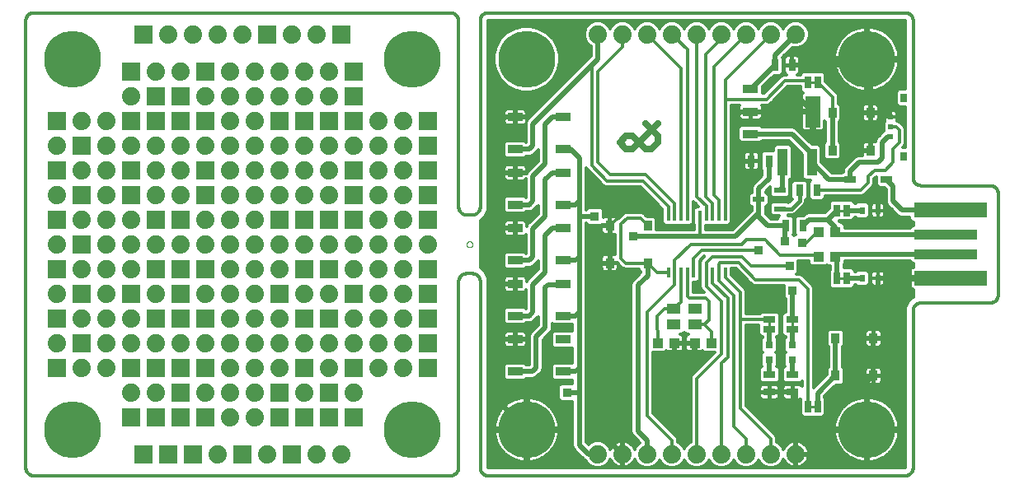
<source format=gtl>
G75*
%MOIN*%
%OFA0B0*%
%FSLAX25Y25*%
%IPPOS*%
%LPD*%
%AMOC8*
5,1,8,0,0,1.08239X$1,22.5*
%
%ADD10C,0.01200*%
%ADD11C,0.00000*%
%ADD12C,0.02500*%
%ADD13R,0.04331X0.03937*%
%ADD14R,0.02362X0.03150*%
%ADD15R,0.04724X0.02756*%
%ADD16R,0.03937X0.11024*%
%ADD17C,0.23000*%
%ADD18R,0.01200X0.03900*%
%ADD19R,0.29528X0.05906*%
%ADD20R,0.25591X0.03937*%
%ADD21C,0.07400*%
%ADD22R,0.05906X0.03543*%
%ADD23R,0.03150X0.03150*%
%ADD24R,0.03150X0.04724*%
%ADD25R,0.04724X0.03150*%
%ADD26C,0.01000*%
%ADD27R,0.05000X0.02500*%
%ADD28R,0.02500X0.05000*%
%ADD29R,0.03543X0.03937*%
%ADD30R,0.02008X0.02362*%
%ADD31R,0.02756X0.03543*%
%ADD32R,0.06400X0.03500*%
%ADD33R,0.06400X0.12500*%
%ADD34R,0.04600X0.02100*%
%ADD35R,0.05512X0.04331*%
%ADD36C,0.02000*%
%ADD37R,0.07400X0.07400*%
%ADD38R,0.03562X0.03562*%
%ADD39C,0.01600*%
D10*
X0004800Y0001600D02*
X0173400Y0001600D01*
X0173399Y0001601D02*
X0173517Y0001613D01*
X0173633Y0001630D01*
X0173749Y0001650D01*
X0173865Y0001674D01*
X0173979Y0001702D01*
X0174093Y0001733D01*
X0174205Y0001769D01*
X0174316Y0001808D01*
X0174426Y0001851D01*
X0174534Y0001898D01*
X0174641Y0001948D01*
X0174746Y0002002D01*
X0174849Y0002059D01*
X0174950Y0002119D01*
X0175049Y0002183D01*
X0175146Y0002250D01*
X0175240Y0002321D01*
X0175332Y0002394D01*
X0175422Y0002471D01*
X0175509Y0002550D01*
X0175593Y0002633D01*
X0175675Y0002718D01*
X0175753Y0002806D01*
X0175829Y0002896D01*
X0175901Y0002989D01*
X0175971Y0003084D01*
X0176037Y0003182D01*
X0176100Y0003281D01*
X0176159Y0003383D01*
X0176215Y0003487D01*
X0176268Y0003592D01*
X0176317Y0003699D01*
X0176363Y0003808D01*
X0176404Y0003918D01*
X0176442Y0004030D01*
X0176477Y0004142D01*
X0176507Y0004256D01*
X0176534Y0004371D01*
X0176557Y0004486D01*
X0176576Y0004603D01*
X0176591Y0004720D01*
X0176602Y0004837D01*
X0176609Y0004955D01*
X0176613Y0005072D01*
X0176612Y0005190D01*
X0176608Y0005308D01*
X0176599Y0005425D01*
X0176600Y0005425D02*
X0176600Y0080275D01*
X0176602Y0080387D01*
X0176608Y0080498D01*
X0176618Y0080609D01*
X0176631Y0080720D01*
X0176649Y0080831D01*
X0176670Y0080940D01*
X0176695Y0081049D01*
X0176724Y0081157D01*
X0176757Y0081264D01*
X0176793Y0081369D01*
X0176833Y0081474D01*
X0176877Y0081577D01*
X0176924Y0081678D01*
X0176975Y0081777D01*
X0177029Y0081875D01*
X0177086Y0081971D01*
X0177147Y0082064D01*
X0177211Y0082156D01*
X0177278Y0082245D01*
X0177349Y0082332D01*
X0177422Y0082416D01*
X0177498Y0082498D01*
X0177577Y0082577D01*
X0177659Y0082653D01*
X0177743Y0082726D01*
X0177830Y0082797D01*
X0177919Y0082864D01*
X0178011Y0082928D01*
X0178104Y0082989D01*
X0178200Y0083046D01*
X0178298Y0083100D01*
X0178397Y0083151D01*
X0178498Y0083198D01*
X0178601Y0083242D01*
X0178706Y0083282D01*
X0178811Y0083318D01*
X0178918Y0083351D01*
X0179026Y0083380D01*
X0179135Y0083405D01*
X0179244Y0083426D01*
X0179355Y0083444D01*
X0179466Y0083457D01*
X0179577Y0083467D01*
X0179688Y0083473D01*
X0179800Y0083475D01*
X0182150Y0083475D01*
X0179800Y0083475D02*
X0179725Y0083475D01*
X0182150Y0083475D02*
X0182262Y0083473D01*
X0182373Y0083467D01*
X0182484Y0083457D01*
X0182595Y0083444D01*
X0182706Y0083426D01*
X0182815Y0083405D01*
X0182924Y0083380D01*
X0183032Y0083351D01*
X0183139Y0083318D01*
X0183244Y0083282D01*
X0183349Y0083242D01*
X0183452Y0083198D01*
X0183553Y0083151D01*
X0183652Y0083100D01*
X0183750Y0083046D01*
X0183846Y0082989D01*
X0183939Y0082928D01*
X0184031Y0082864D01*
X0184120Y0082797D01*
X0184207Y0082726D01*
X0184291Y0082653D01*
X0184373Y0082577D01*
X0184452Y0082498D01*
X0184528Y0082416D01*
X0184601Y0082332D01*
X0184672Y0082245D01*
X0184739Y0082156D01*
X0184803Y0082064D01*
X0184864Y0081971D01*
X0184921Y0081875D01*
X0184975Y0081777D01*
X0185026Y0081678D01*
X0185073Y0081577D01*
X0185117Y0081474D01*
X0185157Y0081369D01*
X0185193Y0081264D01*
X0185226Y0081157D01*
X0185255Y0081049D01*
X0185280Y0080940D01*
X0185301Y0080831D01*
X0185319Y0080720D01*
X0185332Y0080609D01*
X0185342Y0080498D01*
X0185348Y0080387D01*
X0185350Y0080275D01*
X0185350Y0004800D01*
X0188550Y0004800D02*
X0188550Y0081548D01*
X0187576Y0083900D01*
X0187576Y0083900D01*
X0185775Y0085701D01*
X0185350Y0085877D01*
X0185350Y0104823D01*
X0185775Y0104999D01*
X0187576Y0106800D01*
X0188550Y0109152D01*
X0188550Y0185900D01*
X0188550Y0189100D02*
X0188438Y0189098D01*
X0188327Y0189092D01*
X0188216Y0189082D01*
X0188105Y0189069D01*
X0187994Y0189051D01*
X0187885Y0189030D01*
X0187776Y0189005D01*
X0187668Y0188976D01*
X0187561Y0188943D01*
X0187456Y0188907D01*
X0187351Y0188867D01*
X0187248Y0188823D01*
X0187147Y0188776D01*
X0187048Y0188725D01*
X0186950Y0188671D01*
X0186854Y0188614D01*
X0186761Y0188553D01*
X0186669Y0188489D01*
X0186580Y0188422D01*
X0186493Y0188351D01*
X0186409Y0188278D01*
X0186327Y0188202D01*
X0186248Y0188123D01*
X0186172Y0188041D01*
X0186099Y0187957D01*
X0186028Y0187870D01*
X0185961Y0187781D01*
X0185897Y0187689D01*
X0185836Y0187596D01*
X0185779Y0187500D01*
X0185725Y0187402D01*
X0185674Y0187303D01*
X0185627Y0187202D01*
X0185583Y0187099D01*
X0185543Y0186994D01*
X0185507Y0186889D01*
X0185474Y0186782D01*
X0185445Y0186674D01*
X0185420Y0186565D01*
X0185399Y0186456D01*
X0185381Y0186345D01*
X0185368Y0186234D01*
X0185358Y0186123D01*
X0185352Y0186012D01*
X0185350Y0185900D01*
X0185350Y0110425D01*
X0185348Y0110313D01*
X0185342Y0110202D01*
X0185332Y0110091D01*
X0185319Y0109980D01*
X0185301Y0109869D01*
X0185280Y0109760D01*
X0185255Y0109651D01*
X0185226Y0109543D01*
X0185193Y0109436D01*
X0185157Y0109331D01*
X0185117Y0109226D01*
X0185073Y0109123D01*
X0185026Y0109022D01*
X0184975Y0108923D01*
X0184921Y0108825D01*
X0184864Y0108729D01*
X0184803Y0108636D01*
X0184739Y0108544D01*
X0184672Y0108455D01*
X0184601Y0108368D01*
X0184528Y0108284D01*
X0184452Y0108202D01*
X0184373Y0108123D01*
X0184291Y0108047D01*
X0184207Y0107974D01*
X0184120Y0107903D01*
X0184031Y0107836D01*
X0183939Y0107772D01*
X0183846Y0107711D01*
X0183750Y0107654D01*
X0183652Y0107600D01*
X0183553Y0107549D01*
X0183452Y0107502D01*
X0183349Y0107458D01*
X0183244Y0107418D01*
X0183139Y0107382D01*
X0183032Y0107349D01*
X0182924Y0107320D01*
X0182815Y0107295D01*
X0182706Y0107274D01*
X0182595Y0107256D01*
X0182484Y0107243D01*
X0182373Y0107233D01*
X0182262Y0107227D01*
X0182150Y0107225D01*
X0179800Y0107225D01*
X0179688Y0107227D01*
X0179577Y0107233D01*
X0179466Y0107243D01*
X0179355Y0107256D01*
X0179244Y0107274D01*
X0179135Y0107295D01*
X0179026Y0107320D01*
X0178918Y0107349D01*
X0178811Y0107382D01*
X0178706Y0107418D01*
X0178601Y0107458D01*
X0178498Y0107502D01*
X0178397Y0107549D01*
X0178298Y0107600D01*
X0178200Y0107654D01*
X0178104Y0107711D01*
X0178011Y0107772D01*
X0177919Y0107836D01*
X0177830Y0107903D01*
X0177743Y0107974D01*
X0177659Y0108047D01*
X0177577Y0108123D01*
X0177498Y0108202D01*
X0177422Y0108284D01*
X0177349Y0108368D01*
X0177278Y0108455D01*
X0177211Y0108544D01*
X0177147Y0108636D01*
X0177086Y0108729D01*
X0177029Y0108825D01*
X0176975Y0108923D01*
X0176924Y0109022D01*
X0176877Y0109123D01*
X0176833Y0109226D01*
X0176793Y0109331D01*
X0176757Y0109436D01*
X0176724Y0109543D01*
X0176695Y0109651D01*
X0176670Y0109760D01*
X0176649Y0109869D01*
X0176631Y0109980D01*
X0176618Y0110091D01*
X0176608Y0110202D01*
X0176602Y0110313D01*
X0176600Y0110425D01*
X0176600Y0185275D01*
X0176599Y0185275D02*
X0176608Y0185392D01*
X0176612Y0185510D01*
X0176613Y0185628D01*
X0176609Y0185745D01*
X0176602Y0185863D01*
X0176591Y0185980D01*
X0176576Y0186097D01*
X0176557Y0186214D01*
X0176534Y0186329D01*
X0176507Y0186444D01*
X0176477Y0186558D01*
X0176442Y0186670D01*
X0176404Y0186782D01*
X0176363Y0186892D01*
X0176317Y0187001D01*
X0176268Y0187108D01*
X0176215Y0187213D01*
X0176159Y0187317D01*
X0176100Y0187419D01*
X0176037Y0187518D01*
X0175971Y0187616D01*
X0175901Y0187711D01*
X0175829Y0187804D01*
X0175753Y0187894D01*
X0175675Y0187982D01*
X0175593Y0188067D01*
X0175509Y0188150D01*
X0175422Y0188229D01*
X0175332Y0188306D01*
X0175240Y0188379D01*
X0175146Y0188450D01*
X0175049Y0188517D01*
X0174950Y0188581D01*
X0174849Y0188641D01*
X0174746Y0188698D01*
X0174641Y0188752D01*
X0174534Y0188802D01*
X0174426Y0188849D01*
X0174316Y0188892D01*
X0174205Y0188931D01*
X0174093Y0188967D01*
X0173979Y0188998D01*
X0173865Y0189026D01*
X0173749Y0189050D01*
X0173633Y0189070D01*
X0173517Y0189087D01*
X0173399Y0189099D01*
X0173400Y0189100D02*
X0009800Y0189100D01*
X0009725Y0189100D02*
X0004800Y0189100D01*
X0004688Y0189098D01*
X0004577Y0189092D01*
X0004466Y0189082D01*
X0004355Y0189069D01*
X0004244Y0189051D01*
X0004135Y0189030D01*
X0004026Y0189005D01*
X0003918Y0188976D01*
X0003811Y0188943D01*
X0003706Y0188907D01*
X0003601Y0188867D01*
X0003498Y0188823D01*
X0003397Y0188776D01*
X0003298Y0188725D01*
X0003200Y0188671D01*
X0003104Y0188614D01*
X0003011Y0188553D01*
X0002919Y0188489D01*
X0002830Y0188422D01*
X0002743Y0188351D01*
X0002659Y0188278D01*
X0002577Y0188202D01*
X0002498Y0188123D01*
X0002422Y0188041D01*
X0002349Y0187957D01*
X0002278Y0187870D01*
X0002211Y0187781D01*
X0002147Y0187689D01*
X0002086Y0187596D01*
X0002029Y0187500D01*
X0001975Y0187402D01*
X0001924Y0187303D01*
X0001877Y0187202D01*
X0001833Y0187099D01*
X0001793Y0186994D01*
X0001757Y0186889D01*
X0001724Y0186782D01*
X0001695Y0186674D01*
X0001670Y0186565D01*
X0001649Y0186456D01*
X0001631Y0186345D01*
X0001618Y0186234D01*
X0001608Y0186123D01*
X0001602Y0186012D01*
X0001600Y0185900D01*
X0001600Y0004800D01*
X0001602Y0004688D01*
X0001608Y0004577D01*
X0001618Y0004466D01*
X0001631Y0004355D01*
X0001649Y0004244D01*
X0001670Y0004135D01*
X0001695Y0004026D01*
X0001724Y0003918D01*
X0001757Y0003811D01*
X0001793Y0003706D01*
X0001833Y0003601D01*
X0001877Y0003498D01*
X0001924Y0003397D01*
X0001975Y0003298D01*
X0002029Y0003200D01*
X0002086Y0003104D01*
X0002147Y0003011D01*
X0002211Y0002919D01*
X0002278Y0002830D01*
X0002349Y0002743D01*
X0002422Y0002659D01*
X0002498Y0002577D01*
X0002577Y0002498D01*
X0002659Y0002422D01*
X0002743Y0002349D01*
X0002830Y0002278D01*
X0002919Y0002211D01*
X0003011Y0002147D01*
X0003104Y0002086D01*
X0003200Y0002029D01*
X0003298Y0001975D01*
X0003397Y0001924D01*
X0003498Y0001877D01*
X0003601Y0001833D01*
X0003706Y0001793D01*
X0003811Y0001757D01*
X0003918Y0001724D01*
X0004026Y0001695D01*
X0004135Y0001670D01*
X0004244Y0001649D01*
X0004355Y0001631D01*
X0004466Y0001618D01*
X0004577Y0001608D01*
X0004688Y0001602D01*
X0004800Y0001600D01*
X0185775Y0085701D02*
X0185775Y0085701D01*
X0185980Y0085496D02*
X0195542Y0085496D01*
X0195756Y0085282D02*
X0203153Y0085282D01*
X0203924Y0086054D01*
X0205661Y0086054D01*
X0206690Y0086480D01*
X0207478Y0087268D01*
X0208186Y0087976D01*
X0208800Y0088590D01*
X0208800Y0085260D01*
X0204226Y0080686D01*
X0204007Y0080157D01*
X0204007Y0081328D01*
X0203898Y0081735D01*
X0203687Y0082100D01*
X0203390Y0082398D01*
X0203025Y0082609D01*
X0202618Y0082718D01*
X0199740Y0082718D01*
X0199740Y0079632D01*
X0199168Y0079632D01*
X0199168Y0079060D01*
X0194902Y0079060D01*
X0194902Y0077364D01*
X0195011Y0076957D01*
X0195221Y0076592D01*
X0195519Y0076294D01*
X0195884Y0076083D01*
X0196291Y0075974D01*
X0199168Y0075974D01*
X0199168Y0079060D01*
X0199740Y0079060D01*
X0199740Y0075974D01*
X0202618Y0075974D01*
X0203025Y0076083D01*
X0203390Y0076294D01*
X0203687Y0076592D01*
X0203800Y0076787D01*
X0203800Y0069278D01*
X0203153Y0069926D01*
X0195756Y0069926D01*
X0194702Y0068871D01*
X0194702Y0063837D01*
X0195756Y0062782D01*
X0203153Y0062782D01*
X0203924Y0063554D01*
X0205661Y0063554D01*
X0206690Y0063980D01*
X0208186Y0065476D01*
X0208800Y0066090D01*
X0208800Y0062760D01*
X0205476Y0059436D01*
X0205050Y0058407D01*
X0205050Y0046654D01*
X0203924Y0046654D01*
X0203153Y0047426D01*
X0195756Y0047426D01*
X0194702Y0046371D01*
X0194702Y0041337D01*
X0195756Y0040282D01*
X0203153Y0040282D01*
X0203924Y0041054D01*
X0206911Y0041054D01*
X0207940Y0041480D01*
X0209436Y0042976D01*
X0210224Y0043764D01*
X0210650Y0044793D01*
X0210650Y0056690D01*
X0213186Y0059226D01*
X0213974Y0060014D01*
X0214400Y0061043D01*
X0214400Y0063430D01*
X0215047Y0062782D01*
X0222444Y0062782D01*
X0222550Y0062888D01*
X0222550Y0060312D01*
X0222444Y0060418D01*
X0215047Y0060418D01*
X0213993Y0059363D01*
X0213993Y0054329D01*
X0215047Y0053274D01*
X0222444Y0053274D01*
X0222550Y0053380D01*
X0222550Y0047320D01*
X0222444Y0047426D01*
X0215047Y0047426D01*
X0213993Y0046371D01*
X0213993Y0041337D01*
X0215047Y0040282D01*
X0222444Y0040282D01*
X0222550Y0040388D01*
X0222550Y0038931D01*
X0217823Y0038931D01*
X0216769Y0037877D01*
X0216769Y0032823D01*
X0217823Y0031769D01*
X0222550Y0031769D01*
X0222550Y0013543D01*
X0222976Y0012514D01*
X0223764Y0011726D01*
X0227514Y0007976D01*
X0227956Y0007793D01*
X0228187Y0007234D01*
X0229734Y0005687D01*
X0231756Y0004850D01*
X0233944Y0004850D01*
X0235965Y0005687D01*
X0237513Y0007234D01*
X0237951Y0008292D01*
X0238317Y0007572D01*
X0238807Y0006897D01*
X0239397Y0006307D01*
X0240072Y0005817D01*
X0240816Y0005438D01*
X0241609Y0005180D01*
X0242433Y0005050D01*
X0242450Y0005050D01*
X0242450Y0009950D01*
X0243250Y0009950D01*
X0243250Y0005050D01*
X0243267Y0005050D01*
X0244091Y0005180D01*
X0244884Y0005438D01*
X0245628Y0005817D01*
X0246303Y0006307D01*
X0246893Y0006897D01*
X0247383Y0007572D01*
X0247749Y0008292D01*
X0248187Y0007234D01*
X0249734Y0005687D01*
X0251756Y0004850D01*
X0253944Y0004850D01*
X0255965Y0005687D01*
X0257513Y0007234D01*
X0257850Y0008049D01*
X0258187Y0007234D01*
X0259734Y0005687D01*
X0261756Y0004850D01*
X0263944Y0004850D01*
X0265965Y0005687D01*
X0267513Y0007234D01*
X0267850Y0008049D01*
X0268187Y0007234D01*
X0269734Y0005687D01*
X0271756Y0004850D01*
X0273944Y0004850D01*
X0275965Y0005687D01*
X0277513Y0007234D01*
X0277850Y0008049D01*
X0278187Y0007234D01*
X0279734Y0005687D01*
X0281756Y0004850D01*
X0283944Y0004850D01*
X0285965Y0005687D01*
X0287513Y0007234D01*
X0287850Y0008049D01*
X0288187Y0007234D01*
X0289734Y0005687D01*
X0291756Y0004850D01*
X0293944Y0004850D01*
X0295965Y0005687D01*
X0297513Y0007234D01*
X0297850Y0008049D01*
X0298187Y0007234D01*
X0299734Y0005687D01*
X0301756Y0004850D01*
X0303944Y0004850D01*
X0305965Y0005687D01*
X0307513Y0007234D01*
X0307951Y0008292D01*
X0308317Y0007572D01*
X0308807Y0006897D01*
X0309397Y0006307D01*
X0310072Y0005817D01*
X0310816Y0005438D01*
X0311609Y0005180D01*
X0312433Y0005050D01*
X0312450Y0005050D01*
X0312450Y0009950D01*
X0313250Y0009950D01*
X0313250Y0010750D01*
X0312450Y0010750D01*
X0312450Y0015650D01*
X0312433Y0015650D01*
X0311609Y0015519D01*
X0310816Y0015262D01*
X0310072Y0014883D01*
X0309397Y0014393D01*
X0308807Y0013803D01*
X0308317Y0013128D01*
X0307951Y0012408D01*
X0307513Y0013465D01*
X0305965Y0015013D01*
X0305250Y0015309D01*
X0305250Y0017077D01*
X0304885Y0017959D01*
X0304209Y0018635D01*
X0292750Y0030094D01*
X0292750Y0062450D01*
X0297925Y0062450D01*
X0297925Y0058854D01*
X0298979Y0057800D01*
X0299425Y0057800D01*
X0299425Y0057448D01*
X0298850Y0056873D01*
X0298850Y0052232D01*
X0299483Y0051600D01*
X0298850Y0050968D01*
X0298850Y0046327D01*
X0299159Y0046018D01*
X0299117Y0046018D01*
X0298063Y0044964D01*
X0298063Y0040323D01*
X0299117Y0039269D01*
X0305333Y0039269D01*
X0306387Y0040323D01*
X0306387Y0044964D01*
X0305333Y0046018D01*
X0305291Y0046018D01*
X0305600Y0046327D01*
X0305600Y0050968D01*
X0304967Y0051600D01*
X0305600Y0052232D01*
X0305600Y0056873D01*
X0305025Y0057448D01*
X0305025Y0057800D01*
X0305471Y0057800D01*
X0306525Y0058854D01*
X0306525Y0062846D01*
X0306521Y0062850D01*
X0306525Y0062854D01*
X0306525Y0066846D01*
X0305471Y0067900D01*
X0298979Y0067900D01*
X0298329Y0067250D01*
X0292750Y0067250D01*
X0292750Y0076452D01*
X0292385Y0077334D01*
X0291709Y0078010D01*
X0286766Y0082953D01*
X0286766Y0085450D01*
X0288731Y0085450D01*
X0294565Y0079616D01*
X0294565Y0079616D01*
X0295241Y0078940D01*
X0296123Y0078575D01*
X0308019Y0078575D01*
X0308019Y0074073D01*
X0308800Y0073292D01*
X0308800Y0067900D01*
X0308354Y0067900D01*
X0307300Y0066846D01*
X0307300Y0062854D01*
X0307304Y0062850D01*
X0307300Y0062846D01*
X0307300Y0058854D01*
X0308354Y0057800D01*
X0308800Y0057800D01*
X0308800Y0057448D01*
X0308225Y0056873D01*
X0308225Y0052232D01*
X0308858Y0051600D01*
X0308225Y0050968D01*
X0308225Y0046327D01*
X0308534Y0046018D01*
X0308492Y0046018D01*
X0307438Y0044964D01*
X0307438Y0040323D01*
X0308492Y0039269D01*
X0314708Y0039269D01*
X0315325Y0039886D01*
X0315325Y0037971D01*
X0315243Y0038114D01*
X0314945Y0038412D01*
X0314580Y0038622D01*
X0314173Y0038731D01*
X0311787Y0038731D01*
X0311787Y0035744D01*
X0311413Y0035744D01*
X0311413Y0038731D01*
X0309027Y0038731D01*
X0308620Y0038622D01*
X0308255Y0038412D01*
X0307957Y0038114D01*
X0307747Y0037749D01*
X0307638Y0037342D01*
X0307638Y0035744D01*
X0311413Y0035744D01*
X0311413Y0035369D01*
X0311787Y0035369D01*
X0311787Y0032382D01*
X0314173Y0032382D01*
X0314580Y0032491D01*
X0314675Y0032546D01*
X0314675Y0026479D01*
X0315729Y0025425D01*
X0319721Y0025425D01*
X0319725Y0025429D01*
X0319729Y0025425D01*
X0323721Y0025425D01*
X0324775Y0026479D01*
X0324775Y0032971D01*
X0324525Y0033221D01*
X0324525Y0033789D01*
X0329114Y0038378D01*
X0331440Y0038378D01*
X0332494Y0039432D01*
X0332494Y0044860D01*
X0331723Y0045632D01*
X0331723Y0053818D01*
X0332494Y0054590D01*
X0332494Y0060018D01*
X0331440Y0061072D01*
X0326406Y0061072D01*
X0325351Y0060018D01*
X0325351Y0054590D01*
X0326123Y0053818D01*
X0326123Y0045632D01*
X0325351Y0044860D01*
X0325351Y0042534D01*
X0320125Y0037308D01*
X0320125Y0077827D01*
X0319760Y0078709D01*
X0319084Y0079385D01*
X0316135Y0082334D01*
X0316135Y0082334D01*
X0315459Y0083010D01*
X0314577Y0083375D01*
X0313233Y0083375D01*
X0313931Y0084073D01*
X0313931Y0088575D01*
X0318038Y0088575D01*
X0318038Y0087636D01*
X0319093Y0086581D01*
X0324914Y0086581D01*
X0325350Y0087017D01*
X0325786Y0086581D01*
X0326800Y0086581D01*
X0326800Y0085096D01*
X0326550Y0084846D01*
X0326550Y0078354D01*
X0327604Y0077300D01*
X0331596Y0077300D01*
X0331600Y0077304D01*
X0331604Y0077300D01*
X0335596Y0077300D01*
X0336650Y0078354D01*
X0336650Y0078800D01*
X0337199Y0078800D01*
X0337774Y0078225D01*
X0341627Y0078225D01*
X0342681Y0079280D01*
X0342681Y0083920D01*
X0341627Y0084975D01*
X0337774Y0084975D01*
X0337199Y0084400D01*
X0336650Y0084400D01*
X0336650Y0084846D01*
X0335596Y0085900D01*
X0332400Y0085900D01*
X0332400Y0087374D01*
X0332662Y0087636D01*
X0332662Y0088613D01*
X0359035Y0088613D01*
X0360003Y0087644D01*
X0360350Y0087644D01*
X0360350Y0086073D01*
X0360131Y0086014D01*
X0359766Y0085804D01*
X0359468Y0085506D01*
X0359258Y0085141D01*
X0359149Y0084734D01*
X0359149Y0082170D01*
X0360350Y0082170D01*
X0360350Y0080970D01*
X0359149Y0080970D01*
X0359149Y0078407D01*
X0359258Y0078000D01*
X0359468Y0077635D01*
X0359766Y0077337D01*
X0360131Y0077127D01*
X0360350Y0077068D01*
X0360350Y0074002D01*
X0359925Y0073826D01*
X0359925Y0073826D01*
X0358124Y0072025D01*
X0357150Y0069673D01*
X0357150Y0004800D01*
X0357150Y0001600D02*
X0357262Y0001602D01*
X0357373Y0001608D01*
X0357484Y0001618D01*
X0357595Y0001631D01*
X0357706Y0001649D01*
X0357815Y0001670D01*
X0357924Y0001695D01*
X0358032Y0001724D01*
X0358139Y0001757D01*
X0358244Y0001793D01*
X0358349Y0001833D01*
X0358452Y0001877D01*
X0358553Y0001924D01*
X0358652Y0001975D01*
X0358750Y0002029D01*
X0358846Y0002086D01*
X0358939Y0002147D01*
X0359031Y0002211D01*
X0359120Y0002278D01*
X0359207Y0002349D01*
X0359291Y0002422D01*
X0359373Y0002498D01*
X0359452Y0002577D01*
X0359528Y0002659D01*
X0359601Y0002743D01*
X0359672Y0002830D01*
X0359739Y0002919D01*
X0359803Y0003011D01*
X0359864Y0003104D01*
X0359921Y0003200D01*
X0359975Y0003298D01*
X0360026Y0003397D01*
X0360073Y0003498D01*
X0360117Y0003601D01*
X0360157Y0003706D01*
X0360193Y0003811D01*
X0360226Y0003918D01*
X0360255Y0004026D01*
X0360280Y0004135D01*
X0360301Y0004244D01*
X0360319Y0004355D01*
X0360332Y0004466D01*
X0360342Y0004577D01*
X0360348Y0004688D01*
X0360350Y0004800D01*
X0360350Y0068400D01*
X0360352Y0068512D01*
X0360358Y0068623D01*
X0360368Y0068734D01*
X0360381Y0068845D01*
X0360399Y0068956D01*
X0360420Y0069065D01*
X0360445Y0069174D01*
X0360474Y0069282D01*
X0360507Y0069389D01*
X0360543Y0069494D01*
X0360583Y0069599D01*
X0360627Y0069702D01*
X0360674Y0069803D01*
X0360725Y0069902D01*
X0360779Y0070000D01*
X0360836Y0070096D01*
X0360897Y0070189D01*
X0360961Y0070281D01*
X0361028Y0070370D01*
X0361099Y0070457D01*
X0361172Y0070541D01*
X0361248Y0070623D01*
X0361327Y0070702D01*
X0361409Y0070778D01*
X0361493Y0070851D01*
X0361580Y0070922D01*
X0361669Y0070989D01*
X0361761Y0071053D01*
X0361854Y0071114D01*
X0361950Y0071171D01*
X0362048Y0071225D01*
X0362147Y0071276D01*
X0362248Y0071323D01*
X0362351Y0071367D01*
X0362456Y0071407D01*
X0362561Y0071443D01*
X0362668Y0071476D01*
X0362776Y0071505D01*
X0362885Y0071530D01*
X0362994Y0071551D01*
X0363105Y0071569D01*
X0363216Y0071582D01*
X0363327Y0071592D01*
X0363438Y0071598D01*
X0363550Y0071600D01*
X0391525Y0071600D01*
X0391637Y0071602D01*
X0391748Y0071608D01*
X0391859Y0071618D01*
X0391970Y0071631D01*
X0392081Y0071649D01*
X0392190Y0071670D01*
X0392299Y0071695D01*
X0392407Y0071724D01*
X0392514Y0071757D01*
X0392619Y0071793D01*
X0392724Y0071833D01*
X0392827Y0071877D01*
X0392928Y0071924D01*
X0393027Y0071975D01*
X0393125Y0072029D01*
X0393221Y0072086D01*
X0393314Y0072147D01*
X0393406Y0072211D01*
X0393495Y0072278D01*
X0393582Y0072349D01*
X0393666Y0072422D01*
X0393748Y0072498D01*
X0393827Y0072577D01*
X0393903Y0072659D01*
X0393976Y0072743D01*
X0394047Y0072830D01*
X0394114Y0072919D01*
X0394178Y0073011D01*
X0394239Y0073104D01*
X0394296Y0073200D01*
X0394350Y0073298D01*
X0394401Y0073397D01*
X0394448Y0073498D01*
X0394492Y0073601D01*
X0394532Y0073706D01*
X0394568Y0073811D01*
X0394601Y0073918D01*
X0394630Y0074026D01*
X0394655Y0074135D01*
X0394676Y0074244D01*
X0394694Y0074355D01*
X0394707Y0074466D01*
X0394717Y0074577D01*
X0394723Y0074688D01*
X0394725Y0074800D01*
X0394725Y0115900D01*
X0394723Y0116012D01*
X0394717Y0116123D01*
X0394707Y0116234D01*
X0394694Y0116345D01*
X0394676Y0116456D01*
X0394655Y0116565D01*
X0394630Y0116674D01*
X0394601Y0116782D01*
X0394568Y0116889D01*
X0394532Y0116994D01*
X0394492Y0117099D01*
X0394448Y0117202D01*
X0394401Y0117303D01*
X0394350Y0117402D01*
X0394296Y0117500D01*
X0394239Y0117596D01*
X0394178Y0117689D01*
X0394114Y0117781D01*
X0394047Y0117870D01*
X0393976Y0117957D01*
X0393903Y0118041D01*
X0393827Y0118123D01*
X0393748Y0118202D01*
X0393666Y0118278D01*
X0393582Y0118351D01*
X0393495Y0118422D01*
X0393406Y0118489D01*
X0393314Y0118553D01*
X0393221Y0118614D01*
X0393125Y0118671D01*
X0393027Y0118725D01*
X0392928Y0118776D01*
X0392827Y0118823D01*
X0392724Y0118867D01*
X0392619Y0118907D01*
X0392514Y0118943D01*
X0392407Y0118976D01*
X0392299Y0119005D01*
X0392190Y0119030D01*
X0392081Y0119051D01*
X0391970Y0119069D01*
X0391859Y0119082D01*
X0391748Y0119092D01*
X0391637Y0119098D01*
X0391525Y0119100D01*
X0363550Y0119100D01*
X0363438Y0119102D01*
X0363327Y0119108D01*
X0363216Y0119118D01*
X0363105Y0119131D01*
X0362994Y0119149D01*
X0362885Y0119170D01*
X0362776Y0119195D01*
X0362668Y0119224D01*
X0362561Y0119257D01*
X0362456Y0119293D01*
X0362351Y0119333D01*
X0362248Y0119377D01*
X0362147Y0119424D01*
X0362048Y0119475D01*
X0361950Y0119529D01*
X0361854Y0119586D01*
X0361761Y0119647D01*
X0361669Y0119711D01*
X0361580Y0119778D01*
X0361493Y0119849D01*
X0361409Y0119922D01*
X0361327Y0119998D01*
X0361248Y0120077D01*
X0361172Y0120159D01*
X0361099Y0120243D01*
X0361028Y0120330D01*
X0360961Y0120419D01*
X0360897Y0120511D01*
X0360836Y0120604D01*
X0360779Y0120700D01*
X0360725Y0120798D01*
X0360674Y0120897D01*
X0360627Y0120998D01*
X0360583Y0121101D01*
X0360543Y0121206D01*
X0360507Y0121311D01*
X0360474Y0121418D01*
X0360445Y0121526D01*
X0360420Y0121635D01*
X0360399Y0121744D01*
X0360381Y0121855D01*
X0360368Y0121966D01*
X0360358Y0122077D01*
X0360352Y0122188D01*
X0360350Y0122300D01*
X0360350Y0185900D01*
X0360348Y0186012D01*
X0360342Y0186123D01*
X0360332Y0186234D01*
X0360319Y0186345D01*
X0360301Y0186456D01*
X0360280Y0186565D01*
X0360255Y0186674D01*
X0360226Y0186782D01*
X0360193Y0186889D01*
X0360157Y0186994D01*
X0360117Y0187099D01*
X0360073Y0187202D01*
X0360026Y0187303D01*
X0359975Y0187402D01*
X0359921Y0187500D01*
X0359864Y0187596D01*
X0359803Y0187689D01*
X0359739Y0187781D01*
X0359672Y0187870D01*
X0359601Y0187957D01*
X0359528Y0188041D01*
X0359452Y0188123D01*
X0359373Y0188202D01*
X0359291Y0188278D01*
X0359207Y0188351D01*
X0359120Y0188422D01*
X0359031Y0188489D01*
X0358939Y0188553D01*
X0358846Y0188614D01*
X0358750Y0188671D01*
X0358652Y0188725D01*
X0358553Y0188776D01*
X0358452Y0188823D01*
X0358349Y0188867D01*
X0358244Y0188907D01*
X0358139Y0188943D01*
X0358032Y0188976D01*
X0357924Y0189005D01*
X0357815Y0189030D01*
X0357706Y0189051D01*
X0357595Y0189069D01*
X0357484Y0189082D01*
X0357373Y0189092D01*
X0357262Y0189098D01*
X0357150Y0189100D01*
X0188550Y0189100D01*
X0188550Y0185900D02*
X0357150Y0185900D01*
X0357150Y0158233D01*
X0354476Y0158233D01*
X0353422Y0157178D01*
X0353422Y0152144D01*
X0354476Y0151089D01*
X0357150Y0151089D01*
X0357150Y0134611D01*
X0356130Y0134611D01*
X0356760Y0135241D01*
X0357125Y0136123D01*
X0357125Y0142077D01*
X0356760Y0142959D01*
X0355510Y0144209D01*
X0354834Y0144885D01*
X0353952Y0145250D01*
X0353811Y0145250D01*
X0353850Y0145395D01*
X0353850Y0146787D01*
X0353850Y0148179D01*
X0353741Y0148586D01*
X0353530Y0148951D01*
X0353232Y0149248D01*
X0352867Y0149459D01*
X0352460Y0149568D01*
X0351246Y0149568D01*
X0351246Y0146787D01*
X0353850Y0146787D01*
X0351246Y0146787D01*
X0351246Y0146787D01*
X0351246Y0146787D01*
X0351246Y0149568D01*
X0350031Y0149568D01*
X0349624Y0149459D01*
X0349259Y0149248D01*
X0348961Y0148951D01*
X0348751Y0148586D01*
X0348642Y0148179D01*
X0348642Y0146787D01*
X0348642Y0145395D01*
X0348730Y0145065D01*
X0348442Y0144777D01*
X0348442Y0141152D01*
X0346264Y0138974D01*
X0345476Y0138186D01*
X0345050Y0137157D01*
X0345050Y0136954D01*
X0345009Y0136965D01*
X0343313Y0136965D01*
X0343313Y0133682D01*
X0342741Y0133682D01*
X0342741Y0133110D01*
X0339656Y0133110D01*
X0339656Y0131275D01*
X0337918Y0131275D01*
X0336889Y0130849D01*
X0336101Y0130061D01*
X0333355Y0127315D01*
X0332568Y0126528D01*
X0332142Y0125498D01*
X0332142Y0124778D01*
X0331834Y0124778D01*
X0331456Y0124400D01*
X0327415Y0124400D01*
X0323149Y0128666D01*
X0323149Y0134732D01*
X0322095Y0135787D01*
X0319498Y0135787D01*
X0312911Y0142374D01*
X0311882Y0142800D01*
X0299321Y0142800D01*
X0298571Y0143550D01*
X0290679Y0143550D01*
X0289625Y0142496D01*
X0289625Y0137504D01*
X0290679Y0136450D01*
X0298571Y0136450D01*
X0299321Y0137200D01*
X0310165Y0137200D01*
X0315612Y0131753D01*
X0315612Y0122218D01*
X0316442Y0121387D01*
X0311986Y0121387D01*
X0310932Y0120333D01*
X0310932Y0114117D01*
X0311311Y0113738D01*
X0309948Y0112375D01*
X0309821Y0112375D01*
X0309571Y0112625D01*
X0303479Y0112625D01*
X0302425Y0111571D01*
X0302425Y0107979D01*
X0303479Y0106925D01*
X0306274Y0106925D01*
X0305307Y0105958D01*
X0305307Y0105650D01*
X0302760Y0105650D01*
X0300650Y0107760D01*
X0300650Y0110625D01*
X0300971Y0110625D01*
X0302025Y0111679D01*
X0302025Y0115271D01*
X0300971Y0116325D01*
X0300725Y0116325D01*
X0300725Y0116765D01*
X0302425Y0118465D01*
X0302425Y0115379D01*
X0303479Y0114325D01*
X0309571Y0114325D01*
X0310625Y0115379D01*
X0310625Y0118971D01*
X0310369Y0119226D01*
X0310369Y0121249D01*
X0311338Y0122218D01*
X0311338Y0134732D01*
X0310284Y0135787D01*
X0304855Y0135787D01*
X0303801Y0134732D01*
X0303801Y0133262D01*
X0299698Y0133262D01*
X0298644Y0132208D01*
X0298644Y0125992D01*
X0299218Y0125417D01*
X0299218Y0123178D01*
X0296339Y0120299D01*
X0295551Y0119511D01*
X0295125Y0118482D01*
X0295125Y0116325D01*
X0294879Y0116325D01*
X0293825Y0115271D01*
X0293825Y0111679D01*
X0294879Y0110625D01*
X0295050Y0110625D01*
X0295050Y0109010D01*
X0287315Y0101275D01*
X0276530Y0101275D01*
X0276530Y0103087D01*
X0285711Y0103087D01*
X0286766Y0104142D01*
X0286766Y0151700D01*
X0290068Y0151700D01*
X0289934Y0151468D01*
X0289825Y0151061D01*
X0289825Y0149375D01*
X0294350Y0149375D01*
X0294350Y0148825D01*
X0294900Y0148825D01*
X0294900Y0149375D01*
X0299425Y0149375D01*
X0299425Y0151061D01*
X0299316Y0151468D01*
X0299182Y0151700D01*
X0301452Y0151700D01*
X0302334Y0152065D01*
X0303010Y0152741D01*
X0309469Y0159200D01*
X0314675Y0159200D01*
X0314675Y0157729D01*
X0315726Y0156678D01*
X0315643Y0156630D01*
X0315345Y0156332D01*
X0315134Y0155968D01*
X0315025Y0155561D01*
X0315025Y0149700D01*
X0319225Y0149700D01*
X0319225Y0148500D01*
X0320425Y0148500D01*
X0320425Y0141250D01*
X0323236Y0141250D01*
X0323643Y0141359D01*
X0324007Y0141570D01*
X0324305Y0141868D01*
X0324516Y0142232D01*
X0324625Y0142639D01*
X0324625Y0145316D01*
X0324873Y0145068D01*
X0324873Y0136882D01*
X0324101Y0136110D01*
X0324101Y0130682D01*
X0325156Y0129628D01*
X0330190Y0129628D01*
X0331244Y0130682D01*
X0331244Y0136110D01*
X0330473Y0136882D01*
X0330473Y0145068D01*
X0331244Y0145840D01*
X0331244Y0151268D01*
X0330190Y0152322D01*
X0330073Y0152322D01*
X0330073Y0155505D01*
X0329707Y0156387D01*
X0324775Y0161319D01*
X0324775Y0164221D01*
X0323721Y0165275D01*
X0319729Y0165275D01*
X0319725Y0165271D01*
X0319721Y0165275D01*
X0315729Y0165275D01*
X0314675Y0164221D01*
X0314675Y0164000D01*
X0313591Y0164000D01*
X0313951Y0164207D01*
X0314248Y0164505D01*
X0314459Y0164870D01*
X0314568Y0165277D01*
X0314568Y0167663D01*
X0311581Y0167663D01*
X0311581Y0168037D01*
X0314568Y0168037D01*
X0314568Y0170423D01*
X0314459Y0170830D01*
X0314248Y0171195D01*
X0313951Y0171493D01*
X0313586Y0171703D01*
X0313179Y0171812D01*
X0311581Y0171812D01*
X0311581Y0168037D01*
X0311206Y0168037D01*
X0311206Y0167663D01*
X0308219Y0167663D01*
X0308219Y0165277D01*
X0308328Y0164870D01*
X0308538Y0164505D01*
X0308836Y0164207D01*
X0309195Y0164000D01*
X0307998Y0164000D01*
X0307116Y0163635D01*
X0306440Y0162959D01*
X0299981Y0156500D01*
X0299625Y0156500D01*
X0299625Y0159209D01*
X0304104Y0163688D01*
X0306627Y0163688D01*
X0307681Y0164742D01*
X0307681Y0170958D01*
X0307550Y0171090D01*
X0311440Y0174981D01*
X0311756Y0174850D01*
X0313944Y0174850D01*
X0315965Y0175687D01*
X0317513Y0177234D01*
X0318350Y0179256D01*
X0318350Y0181444D01*
X0317513Y0183465D01*
X0315965Y0185013D01*
X0313944Y0185850D01*
X0311756Y0185850D01*
X0309734Y0185013D01*
X0308187Y0183465D01*
X0307850Y0182651D01*
X0307513Y0183465D01*
X0305965Y0185013D01*
X0303944Y0185850D01*
X0301756Y0185850D01*
X0299734Y0185013D01*
X0298187Y0183465D01*
X0297850Y0182651D01*
X0297513Y0183465D01*
X0295965Y0185013D01*
X0293944Y0185850D01*
X0291756Y0185850D01*
X0289734Y0185013D01*
X0288187Y0183465D01*
X0287850Y0182651D01*
X0287513Y0183465D01*
X0285965Y0185013D01*
X0283944Y0185850D01*
X0281756Y0185850D01*
X0279734Y0185013D01*
X0278187Y0183465D01*
X0277850Y0182651D01*
X0277513Y0183465D01*
X0275965Y0185013D01*
X0273944Y0185850D01*
X0271756Y0185850D01*
X0269734Y0185013D01*
X0268187Y0183465D01*
X0267850Y0182651D01*
X0267513Y0183465D01*
X0265965Y0185013D01*
X0263944Y0185850D01*
X0261756Y0185850D01*
X0259734Y0185013D01*
X0258187Y0183465D01*
X0257850Y0182651D01*
X0257513Y0183465D01*
X0255965Y0185013D01*
X0253944Y0185850D01*
X0251756Y0185850D01*
X0249734Y0185013D01*
X0248187Y0183465D01*
X0247850Y0182651D01*
X0247513Y0183465D01*
X0245965Y0185013D01*
X0243944Y0185850D01*
X0241756Y0185850D01*
X0239734Y0185013D01*
X0238187Y0183465D01*
X0237850Y0182651D01*
X0237513Y0183465D01*
X0235965Y0185013D01*
X0233944Y0185850D01*
X0231756Y0185850D01*
X0229734Y0185013D01*
X0228187Y0183465D01*
X0227350Y0181444D01*
X0227350Y0179256D01*
X0228187Y0177234D01*
X0229734Y0175687D01*
X0230050Y0175557D01*
X0230050Y0171510D01*
X0228289Y0169749D01*
X0204226Y0145686D01*
X0204007Y0145157D01*
X0204007Y0146560D01*
X0199740Y0146560D01*
X0199740Y0143474D01*
X0202618Y0143474D01*
X0203025Y0143583D01*
X0203390Y0143794D01*
X0203687Y0144092D01*
X0203800Y0144287D01*
X0203800Y0136778D01*
X0203153Y0137426D01*
X0195756Y0137426D01*
X0194702Y0136371D01*
X0194702Y0131337D01*
X0195756Y0130282D01*
X0203153Y0130282D01*
X0203924Y0131054D01*
X0205661Y0131054D01*
X0206690Y0131480D01*
X0208186Y0132976D01*
X0208800Y0133590D01*
X0208800Y0129010D01*
X0204226Y0124436D01*
X0204007Y0123907D01*
X0204007Y0124060D01*
X0199740Y0124060D01*
X0199740Y0120974D01*
X0202618Y0120974D01*
X0203025Y0121083D01*
X0203390Y0121294D01*
X0203687Y0121592D01*
X0203800Y0121787D01*
X0203800Y0114278D01*
X0203153Y0114926D01*
X0195756Y0114926D01*
X0194702Y0113871D01*
X0194702Y0108837D01*
X0195756Y0107782D01*
X0203153Y0107782D01*
X0203924Y0108554D01*
X0205661Y0108554D01*
X0206690Y0108980D01*
X0208186Y0110476D01*
X0208800Y0111090D01*
X0208800Y0107760D01*
X0204226Y0103186D01*
X0204007Y0102657D01*
X0204007Y0103828D01*
X0203898Y0104235D01*
X0203687Y0104600D01*
X0203390Y0104898D01*
X0203025Y0105109D01*
X0202618Y0105218D01*
X0199740Y0105218D01*
X0199740Y0102132D01*
X0199168Y0102132D01*
X0199168Y0101560D01*
X0194902Y0101560D01*
X0194902Y0099864D01*
X0195011Y0099457D01*
X0195221Y0099092D01*
X0195519Y0098794D01*
X0195884Y0098583D01*
X0196291Y0098474D01*
X0199168Y0098474D01*
X0199168Y0101560D01*
X0199740Y0101560D01*
X0199740Y0098474D01*
X0202618Y0098474D01*
X0203025Y0098583D01*
X0203390Y0098794D01*
X0203687Y0099092D01*
X0203800Y0099287D01*
X0203800Y0091778D01*
X0203153Y0092426D01*
X0195756Y0092426D01*
X0194702Y0091371D01*
X0194702Y0086337D01*
X0195756Y0085282D01*
X0194702Y0086694D02*
X0185350Y0086694D01*
X0185350Y0087893D02*
X0194702Y0087893D01*
X0194702Y0089091D02*
X0185350Y0089091D01*
X0185350Y0090290D02*
X0194702Y0090290D01*
X0194819Y0091488D02*
X0185350Y0091488D01*
X0185350Y0092687D02*
X0203800Y0092687D01*
X0203800Y0093885D02*
X0185350Y0093885D01*
X0185350Y0095084D02*
X0203800Y0095084D01*
X0203800Y0096282D02*
X0185350Y0096282D01*
X0185350Y0097481D02*
X0203800Y0097481D01*
X0203800Y0098679D02*
X0203191Y0098679D01*
X0199740Y0098679D02*
X0199168Y0098679D01*
X0199168Y0099878D02*
X0199740Y0099878D01*
X0199740Y0101076D02*
X0199168Y0101076D01*
X0199168Y0102132D02*
X0194902Y0102132D01*
X0194902Y0103828D01*
X0195011Y0104235D01*
X0195221Y0104600D01*
X0195519Y0104898D01*
X0195884Y0105109D01*
X0196291Y0105218D01*
X0199168Y0105218D01*
X0199168Y0102132D01*
X0199168Y0102275D02*
X0199740Y0102275D01*
X0199740Y0103473D02*
X0199168Y0103473D01*
X0199168Y0104672D02*
X0199740Y0104672D01*
X0203616Y0104672D02*
X0205712Y0104672D01*
X0204514Y0103473D02*
X0204007Y0103473D01*
X0206911Y0105870D02*
X0186646Y0105870D01*
X0185775Y0104999D02*
X0185775Y0104999D01*
X0185350Y0104672D02*
X0195293Y0104672D01*
X0194902Y0103473D02*
X0185350Y0103473D01*
X0185350Y0102275D02*
X0194902Y0102275D01*
X0194902Y0101076D02*
X0185350Y0101076D01*
X0185350Y0099878D02*
X0194902Y0099878D01*
X0195718Y0098679D02*
X0185350Y0098679D01*
X0187576Y0106800D02*
X0187576Y0106800D01*
X0187687Y0107069D02*
X0208109Y0107069D01*
X0208800Y0108268D02*
X0203638Y0108268D01*
X0207176Y0109466D02*
X0208800Y0109466D01*
X0208800Y0110665D02*
X0208374Y0110665D01*
X0203800Y0115459D02*
X0188550Y0115459D01*
X0188550Y0116657D02*
X0203800Y0116657D01*
X0203800Y0117856D02*
X0188550Y0117856D01*
X0188550Y0119054D02*
X0203800Y0119054D01*
X0203800Y0120253D02*
X0188550Y0120253D01*
X0188550Y0121451D02*
X0195362Y0121451D01*
X0195221Y0121592D02*
X0195519Y0121294D01*
X0195884Y0121083D01*
X0196291Y0120974D01*
X0199168Y0120974D01*
X0199168Y0124060D01*
X0194902Y0124060D01*
X0194902Y0122364D01*
X0195011Y0121957D01*
X0195221Y0121592D01*
X0194902Y0122650D02*
X0188550Y0122650D01*
X0188550Y0123848D02*
X0194902Y0123848D01*
X0194902Y0124632D02*
X0199168Y0124632D01*
X0199168Y0124060D01*
X0199740Y0124060D01*
X0199740Y0124632D01*
X0199168Y0124632D01*
X0199168Y0127718D01*
X0196291Y0127718D01*
X0195884Y0127609D01*
X0195519Y0127398D01*
X0195221Y0127100D01*
X0195011Y0126735D01*
X0194902Y0126328D01*
X0194902Y0124632D01*
X0194902Y0125047D02*
X0188550Y0125047D01*
X0188550Y0126245D02*
X0194902Y0126245D01*
X0195598Y0127444D02*
X0188550Y0127444D01*
X0188550Y0128642D02*
X0208432Y0128642D01*
X0208800Y0129841D02*
X0188550Y0129841D01*
X0188550Y0131039D02*
X0194999Y0131039D01*
X0194702Y0132238D02*
X0188550Y0132238D01*
X0188550Y0133436D02*
X0194702Y0133436D01*
X0194702Y0134635D02*
X0188550Y0134635D01*
X0188550Y0135833D02*
X0194702Y0135833D01*
X0195362Y0137032D02*
X0188550Y0137032D01*
X0188550Y0138230D02*
X0203800Y0138230D01*
X0203800Y0137032D02*
X0203546Y0137032D01*
X0203800Y0139429D02*
X0188550Y0139429D01*
X0188550Y0140627D02*
X0203800Y0140627D01*
X0203800Y0141826D02*
X0188550Y0141826D01*
X0188550Y0143024D02*
X0203800Y0143024D01*
X0203763Y0144223D02*
X0203800Y0144223D01*
X0204007Y0145421D02*
X0204117Y0145421D01*
X0205160Y0146620D02*
X0199740Y0146620D01*
X0199740Y0146560D02*
X0199740Y0147132D01*
X0199168Y0147132D01*
X0199168Y0146560D01*
X0194902Y0146560D01*
X0194902Y0144864D01*
X0195011Y0144457D01*
X0195221Y0144092D01*
X0195519Y0143794D01*
X0195884Y0143583D01*
X0196291Y0143474D01*
X0199168Y0143474D01*
X0199168Y0146560D01*
X0199740Y0146560D01*
X0199740Y0147132D02*
X0204007Y0147132D01*
X0204007Y0148828D01*
X0203898Y0149235D01*
X0203687Y0149600D01*
X0203390Y0149898D01*
X0203025Y0150109D01*
X0202618Y0150218D01*
X0199740Y0150218D01*
X0199740Y0147132D01*
X0199168Y0147132D02*
X0199168Y0150218D01*
X0196291Y0150218D01*
X0195884Y0150109D01*
X0195519Y0149898D01*
X0195221Y0149600D01*
X0195011Y0149235D01*
X0194902Y0148828D01*
X0194902Y0147132D01*
X0199168Y0147132D01*
X0199168Y0146620D02*
X0188550Y0146620D01*
X0188550Y0147818D02*
X0194902Y0147818D01*
X0194952Y0149017D02*
X0188550Y0149017D01*
X0188550Y0150215D02*
X0196282Y0150215D01*
X0199168Y0150215D02*
X0199740Y0150215D01*
X0199740Y0149017D02*
X0199168Y0149017D01*
X0199168Y0147818D02*
X0199740Y0147818D01*
X0199740Y0145421D02*
X0199168Y0145421D01*
X0199168Y0144223D02*
X0199740Y0144223D01*
X0195146Y0144223D02*
X0188550Y0144223D01*
X0188550Y0145421D02*
X0194902Y0145421D01*
X0202626Y0150215D02*
X0208756Y0150215D01*
X0207557Y0149017D02*
X0203957Y0149017D01*
X0204007Y0147818D02*
X0206359Y0147818D01*
X0209954Y0151414D02*
X0188550Y0151414D01*
X0188550Y0152612D02*
X0211153Y0152612D01*
X0212351Y0153811D02*
X0188550Y0153811D01*
X0188550Y0155009D02*
X0213550Y0155009D01*
X0214748Y0156208D02*
X0188550Y0156208D01*
X0188550Y0157406D02*
X0201019Y0157406D01*
X0202349Y0157050D02*
X0198966Y0157956D01*
X0195934Y0159707D01*
X0193457Y0162184D01*
X0191706Y0165216D01*
X0190800Y0168599D01*
X0190800Y0172101D01*
X0191706Y0175484D01*
X0193457Y0178516D01*
X0195934Y0180993D01*
X0198966Y0182744D01*
X0202349Y0183650D01*
X0205851Y0183650D01*
X0209234Y0182744D01*
X0212266Y0180993D01*
X0214743Y0178516D01*
X0216494Y0175484D01*
X0217400Y0172101D01*
X0217400Y0168599D01*
X0216494Y0165216D01*
X0214743Y0162184D01*
X0212266Y0159707D01*
X0209234Y0157956D01*
X0205851Y0157050D01*
X0202349Y0157050D01*
X0207181Y0157406D02*
X0215947Y0157406D01*
X0217145Y0158605D02*
X0210357Y0158605D01*
X0212363Y0159803D02*
X0218344Y0159803D01*
X0219542Y0161002D02*
X0213561Y0161002D01*
X0214752Y0162201D02*
X0220741Y0162201D01*
X0221939Y0163399D02*
X0215444Y0163399D01*
X0216136Y0164598D02*
X0223138Y0164598D01*
X0224336Y0165796D02*
X0216649Y0165796D01*
X0216970Y0166995D02*
X0225535Y0166995D01*
X0226733Y0168193D02*
X0217291Y0168193D01*
X0217400Y0169392D02*
X0227932Y0169392D01*
X0229130Y0170590D02*
X0217400Y0170590D01*
X0217400Y0171789D02*
X0230050Y0171789D01*
X0230050Y0172987D02*
X0217163Y0172987D01*
X0216841Y0174186D02*
X0230050Y0174186D01*
X0230050Y0175384D02*
X0216520Y0175384D01*
X0215859Y0176583D02*
X0228839Y0176583D01*
X0227961Y0177781D02*
X0215167Y0177781D01*
X0214279Y0178980D02*
X0227464Y0178980D01*
X0227350Y0180178D02*
X0213081Y0180178D01*
X0211601Y0181377D02*
X0227350Y0181377D01*
X0227819Y0182575D02*
X0209525Y0182575D01*
X0198675Y0182575D02*
X0188550Y0182575D01*
X0188550Y0181377D02*
X0196599Y0181377D01*
X0195119Y0180178D02*
X0188550Y0180178D01*
X0188550Y0178980D02*
X0193921Y0178980D01*
X0193033Y0177781D02*
X0188550Y0177781D01*
X0188550Y0176583D02*
X0192341Y0176583D01*
X0191680Y0175384D02*
X0188550Y0175384D01*
X0188550Y0174186D02*
X0191359Y0174186D01*
X0191037Y0172987D02*
X0188550Y0172987D01*
X0188550Y0171789D02*
X0190800Y0171789D01*
X0190800Y0170590D02*
X0188550Y0170590D01*
X0188550Y0169392D02*
X0190800Y0169392D01*
X0190909Y0168193D02*
X0188550Y0168193D01*
X0188550Y0166995D02*
X0191230Y0166995D01*
X0191551Y0165796D02*
X0188550Y0165796D01*
X0188550Y0164598D02*
X0192064Y0164598D01*
X0192756Y0163399D02*
X0188550Y0163399D01*
X0188550Y0162201D02*
X0193448Y0162201D01*
X0194639Y0161002D02*
X0188550Y0161002D01*
X0188550Y0159803D02*
X0195837Y0159803D01*
X0197843Y0158605D02*
X0188550Y0158605D01*
X0230350Y0167850D02*
X0230662Y0168163D01*
X0230350Y0167850D02*
X0230350Y0127225D01*
X0236600Y0120975D01*
X0250975Y0120975D01*
X0261334Y0110616D01*
X0261334Y0106837D01*
X0258934Y0107069D02*
X0252281Y0107069D01*
X0252653Y0106697D02*
X0251340Y0108010D01*
X0250458Y0108375D01*
X0244248Y0108375D01*
X0243366Y0108010D01*
X0242690Y0107334D01*
X0240912Y0105556D01*
X0240725Y0105880D01*
X0240427Y0106178D01*
X0240062Y0106388D01*
X0239655Y0106497D01*
X0237959Y0106497D01*
X0237959Y0103215D01*
X0237387Y0103215D01*
X0237387Y0106497D01*
X0235691Y0106497D01*
X0235284Y0106388D01*
X0235181Y0106329D01*
X0235181Y0109127D01*
X0234127Y0110181D01*
X0229073Y0110181D01*
X0228292Y0109400D01*
X0228150Y0109400D01*
X0228150Y0126265D01*
X0228315Y0125866D01*
X0228991Y0125190D01*
X0235241Y0118940D01*
X0236123Y0118575D01*
X0249981Y0118575D01*
X0258934Y0109622D01*
X0258934Y0104142D01*
X0259989Y0103087D01*
X0270357Y0103087D01*
X0270600Y0103330D01*
X0270760Y0103287D01*
X0271570Y0103287D01*
X0271570Y0106837D01*
X0271571Y0106837D01*
X0271571Y0103287D01*
X0271730Y0103287D01*
X0271730Y0101275D01*
X0256599Y0101275D01*
X0256599Y0105643D01*
X0255544Y0106697D01*
X0252653Y0106697D01*
X0250718Y0108268D02*
X0258934Y0108268D01*
X0258934Y0109466D02*
X0234842Y0109466D01*
X0235181Y0108268D02*
X0243988Y0108268D01*
X0243844Y0109100D02*
X0253475Y0109100D01*
X0260975Y0101600D01*
X0271570Y0101600D01*
X0271570Y0106837D01*
X0271570Y0106838D02*
X0271570Y0110387D01*
X0271411Y0110387D01*
X0271411Y0112769D01*
X0273594Y0110587D01*
X0272784Y0110587D01*
X0272541Y0110345D01*
X0272381Y0110387D01*
X0271571Y0110387D01*
X0271571Y0106838D01*
X0271570Y0106838D01*
X0271570Y0107069D02*
X0271571Y0107069D01*
X0271570Y0108268D02*
X0271571Y0108268D01*
X0271570Y0109466D02*
X0271571Y0109466D01*
X0271411Y0110665D02*
X0273516Y0110665D01*
X0272318Y0111863D02*
X0271411Y0111863D01*
X0272850Y0114725D02*
X0276689Y0110886D01*
X0276689Y0106837D01*
X0279248Y0106837D02*
X0279248Y0112077D01*
X0276600Y0114725D01*
X0276600Y0172225D01*
X0282850Y0178475D01*
X0282850Y0180350D01*
X0287204Y0183774D02*
X0288496Y0183774D01*
X0289694Y0184972D02*
X0286006Y0184972D01*
X0279694Y0184972D02*
X0276006Y0184972D01*
X0277204Y0183774D02*
X0278496Y0183774D01*
X0272850Y0180350D02*
X0272850Y0114725D01*
X0279725Y0115350D02*
X0279725Y0167225D01*
X0292850Y0180350D01*
X0297204Y0183774D02*
X0298496Y0183774D01*
X0299694Y0184972D02*
X0296006Y0184972D01*
X0302850Y0180350D02*
X0284366Y0161866D01*
X0284366Y0154100D01*
X0300975Y0154100D01*
X0308475Y0161600D01*
X0317100Y0161600D01*
X0317725Y0160975D01*
X0314675Y0158605D02*
X0308874Y0158605D01*
X0307676Y0157406D02*
X0314998Y0157406D01*
X0315273Y0156208D02*
X0306477Y0156208D01*
X0305279Y0155009D02*
X0315025Y0155009D01*
X0315025Y0153811D02*
X0304080Y0153811D01*
X0302882Y0152612D02*
X0315025Y0152612D01*
X0315025Y0151414D02*
X0299330Y0151414D01*
X0299425Y0150215D02*
X0315025Y0150215D01*
X0315025Y0148500D02*
X0315025Y0142639D01*
X0315134Y0142232D01*
X0315345Y0141868D01*
X0315643Y0141570D01*
X0316007Y0141359D01*
X0316414Y0141250D01*
X0319225Y0141250D01*
X0319225Y0148500D01*
X0315025Y0148500D01*
X0315025Y0147818D02*
X0299425Y0147818D01*
X0299425Y0147139D02*
X0299425Y0148825D01*
X0294900Y0148825D01*
X0294900Y0145750D01*
X0298036Y0145750D01*
X0298443Y0145859D01*
X0298807Y0146070D01*
X0299105Y0146368D01*
X0299316Y0146732D01*
X0299425Y0147139D01*
X0299251Y0146620D02*
X0315025Y0146620D01*
X0315025Y0145421D02*
X0286766Y0145421D01*
X0286766Y0144223D02*
X0315025Y0144223D01*
X0315025Y0143024D02*
X0299096Y0143024D01*
X0294350Y0145750D02*
X0291214Y0145750D01*
X0290807Y0145859D01*
X0290443Y0146070D01*
X0290145Y0146368D01*
X0289934Y0146732D01*
X0289825Y0147139D01*
X0289825Y0148825D01*
X0294350Y0148825D01*
X0294350Y0145750D01*
X0294350Y0146620D02*
X0294900Y0146620D01*
X0294900Y0147818D02*
X0294350Y0147818D01*
X0294350Y0149017D02*
X0286766Y0149017D01*
X0286766Y0150215D02*
X0289825Y0150215D01*
X0289920Y0151414D02*
X0286766Y0151414D01*
X0284366Y0154100D02*
X0284366Y0106837D01*
X0286766Y0107069D02*
X0293109Y0107069D01*
X0291911Y0105870D02*
X0286766Y0105870D01*
X0286766Y0104672D02*
X0290712Y0104672D01*
X0289514Y0103473D02*
X0286097Y0103473D01*
X0288315Y0102275D02*
X0276530Y0102275D01*
X0271730Y0102275D02*
X0256599Y0102275D01*
X0256599Y0103473D02*
X0259603Y0103473D01*
X0258934Y0104672D02*
X0256599Y0104672D01*
X0256371Y0105870D02*
X0258934Y0105870D01*
X0263893Y0106837D02*
X0263893Y0111807D01*
X0252225Y0123475D01*
X0237850Y0123475D01*
X0232850Y0128475D01*
X0232850Y0165350D01*
X0242850Y0175350D01*
X0242850Y0180350D01*
X0247204Y0183774D02*
X0248496Y0183774D01*
X0249694Y0184972D02*
X0246006Y0184972D01*
X0239694Y0184972D02*
X0236006Y0184972D01*
X0237204Y0183774D02*
X0238496Y0183774D01*
X0229694Y0184972D02*
X0188550Y0184972D01*
X0188550Y0183774D02*
X0228496Y0183774D01*
X0252850Y0180350D02*
X0266452Y0166748D01*
X0266452Y0106837D01*
X0269011Y0106837D02*
X0269011Y0174189D01*
X0262850Y0180350D01*
X0267204Y0183774D02*
X0268496Y0183774D01*
X0269694Y0184972D02*
X0266006Y0184972D01*
X0259694Y0184972D02*
X0256006Y0184972D01*
X0257204Y0183774D02*
X0258496Y0183774D01*
X0302617Y0162201D02*
X0305681Y0162201D01*
X0306880Y0163399D02*
X0303816Y0163399D01*
X0304483Y0161002D02*
X0301418Y0161002D01*
X0300220Y0159803D02*
X0303284Y0159803D01*
X0302086Y0158605D02*
X0299625Y0158605D01*
X0299625Y0157406D02*
X0300887Y0157406D01*
X0307537Y0164598D02*
X0308485Y0164598D01*
X0308219Y0165796D02*
X0307681Y0165796D01*
X0307681Y0166995D02*
X0308219Y0166995D01*
X0308218Y0168037D02*
X0311206Y0168037D01*
X0311206Y0171812D01*
X0309608Y0171812D01*
X0309201Y0171703D01*
X0308836Y0171493D01*
X0308538Y0171195D01*
X0308328Y0170830D01*
X0308219Y0170423D01*
X0308218Y0168037D01*
X0308219Y0168193D02*
X0307681Y0168193D01*
X0307681Y0169392D02*
X0308219Y0169392D01*
X0308263Y0170590D02*
X0307681Y0170590D01*
X0308248Y0171789D02*
X0309520Y0171789D01*
X0309447Y0172987D02*
X0328768Y0172987D01*
X0328877Y0173537D02*
X0328626Y0172274D01*
X0328500Y0170994D01*
X0328500Y0170950D01*
X0341000Y0170950D01*
X0341000Y0183450D01*
X0340956Y0183450D01*
X0339676Y0183324D01*
X0338413Y0183073D01*
X0337181Y0182699D01*
X0335992Y0182207D01*
X0334857Y0181600D01*
X0333787Y0180885D01*
X0332792Y0180068D01*
X0331882Y0179158D01*
X0331065Y0178163D01*
X0330350Y0177093D01*
X0329743Y0175958D01*
X0329251Y0174769D01*
X0328877Y0173537D01*
X0329074Y0174186D02*
X0310645Y0174186D01*
X0311206Y0171789D02*
X0311581Y0171789D01*
X0311581Y0170590D02*
X0311206Y0170590D01*
X0311206Y0169392D02*
X0311581Y0169392D01*
X0311581Y0168193D02*
X0311206Y0168193D01*
X0314568Y0168193D02*
X0328672Y0168193D01*
X0328626Y0168426D02*
X0328877Y0167163D01*
X0329251Y0165931D01*
X0329743Y0164742D01*
X0330350Y0163607D01*
X0331065Y0162537D01*
X0331882Y0161542D01*
X0332792Y0160632D01*
X0333787Y0159815D01*
X0334857Y0159100D01*
X0335992Y0158493D01*
X0337181Y0158001D01*
X0338413Y0157627D01*
X0339676Y0157376D01*
X0340956Y0157250D01*
X0341000Y0157250D01*
X0341000Y0169750D01*
X0342200Y0169750D01*
X0342200Y0170950D01*
X0354700Y0170950D01*
X0354700Y0170994D01*
X0354574Y0172274D01*
X0354323Y0173537D01*
X0353949Y0174769D01*
X0353457Y0175958D01*
X0352850Y0177093D01*
X0352135Y0178163D01*
X0351318Y0179158D01*
X0350408Y0180068D01*
X0349413Y0180885D01*
X0348343Y0181600D01*
X0347208Y0182207D01*
X0346019Y0182699D01*
X0344787Y0183073D01*
X0343524Y0183324D01*
X0342244Y0183450D01*
X0342200Y0183450D01*
X0342200Y0170950D01*
X0341000Y0170950D01*
X0341000Y0169750D01*
X0328500Y0169750D01*
X0328500Y0169706D01*
X0328626Y0168426D01*
X0328531Y0169392D02*
X0314568Y0169392D01*
X0314523Y0170590D02*
X0341000Y0170590D01*
X0341000Y0169392D02*
X0342200Y0169392D01*
X0342200Y0169750D02*
X0342200Y0157250D01*
X0342244Y0157250D01*
X0343524Y0157376D01*
X0344787Y0157627D01*
X0346019Y0158001D01*
X0347208Y0158493D01*
X0348343Y0159100D01*
X0349413Y0159815D01*
X0350408Y0160632D01*
X0351318Y0161542D01*
X0352135Y0162537D01*
X0352850Y0163607D01*
X0353457Y0164742D01*
X0353949Y0165931D01*
X0354323Y0167163D01*
X0354574Y0168426D01*
X0354700Y0169706D01*
X0354700Y0169750D01*
X0342200Y0169750D01*
X0342200Y0170590D02*
X0357150Y0170590D01*
X0357150Y0169392D02*
X0354669Y0169392D01*
X0354528Y0168193D02*
X0357150Y0168193D01*
X0357150Y0166995D02*
X0354272Y0166995D01*
X0353893Y0165796D02*
X0357150Y0165796D01*
X0357150Y0164598D02*
X0353379Y0164598D01*
X0352711Y0163399D02*
X0357150Y0163399D01*
X0357150Y0162201D02*
X0351859Y0162201D01*
X0350778Y0161002D02*
X0357150Y0161002D01*
X0357150Y0159803D02*
X0349395Y0159803D01*
X0347416Y0158605D02*
X0357150Y0158605D01*
X0353650Y0157406D02*
X0343677Y0157406D01*
X0342200Y0157406D02*
X0341000Y0157406D01*
X0341000Y0158605D02*
X0342200Y0158605D01*
X0342200Y0159803D02*
X0341000Y0159803D01*
X0341000Y0161002D02*
X0342200Y0161002D01*
X0342200Y0162201D02*
X0341000Y0162201D01*
X0341000Y0163399D02*
X0342200Y0163399D01*
X0342200Y0164598D02*
X0341000Y0164598D01*
X0341000Y0165796D02*
X0342200Y0165796D01*
X0342200Y0166995D02*
X0341000Y0166995D01*
X0341000Y0168193D02*
X0342200Y0168193D01*
X0342200Y0171789D02*
X0341000Y0171789D01*
X0341000Y0172987D02*
X0342200Y0172987D01*
X0342200Y0174186D02*
X0341000Y0174186D01*
X0341000Y0175384D02*
X0342200Y0175384D01*
X0342200Y0176583D02*
X0341000Y0176583D01*
X0341000Y0177781D02*
X0342200Y0177781D01*
X0342200Y0178980D02*
X0341000Y0178980D01*
X0341000Y0180178D02*
X0342200Y0180178D01*
X0342200Y0181377D02*
X0341000Y0181377D01*
X0341000Y0182575D02*
X0342200Y0182575D01*
X0346318Y0182575D02*
X0357150Y0182575D01*
X0357150Y0181377D02*
X0348677Y0181377D01*
X0350274Y0180178D02*
X0357150Y0180178D01*
X0357150Y0178980D02*
X0351465Y0178980D01*
X0352390Y0177781D02*
X0357150Y0177781D01*
X0357150Y0176583D02*
X0353123Y0176583D01*
X0353694Y0175384D02*
X0357150Y0175384D01*
X0357150Y0174186D02*
X0354126Y0174186D01*
X0354432Y0172987D02*
X0357150Y0172987D01*
X0357150Y0171789D02*
X0354622Y0171789D01*
X0336882Y0182575D02*
X0317881Y0182575D01*
X0318350Y0181377D02*
X0334523Y0181377D01*
X0332926Y0180178D02*
X0318350Y0180178D01*
X0318236Y0178980D02*
X0331735Y0178980D01*
X0330810Y0177781D02*
X0317739Y0177781D01*
X0316861Y0176583D02*
X0330077Y0176583D01*
X0329506Y0175384D02*
X0315234Y0175384D01*
X0313267Y0171789D02*
X0328578Y0171789D01*
X0328928Y0166995D02*
X0314568Y0166995D01*
X0314568Y0165796D02*
X0329307Y0165796D01*
X0329821Y0164598D02*
X0324398Y0164598D01*
X0324775Y0163399D02*
X0330489Y0163399D01*
X0331341Y0162201D02*
X0324775Y0162201D01*
X0325092Y0161002D02*
X0332422Y0161002D01*
X0333805Y0159803D02*
X0326291Y0159803D01*
X0327489Y0158605D02*
X0335784Y0158605D01*
X0339523Y0157406D02*
X0328688Y0157406D01*
X0329781Y0156208D02*
X0353422Y0156208D01*
X0353422Y0155009D02*
X0330073Y0155009D01*
X0330073Y0153811D02*
X0353422Y0153811D01*
X0353422Y0152612D02*
X0330073Y0152612D01*
X0331098Y0151414D02*
X0339923Y0151414D01*
X0339975Y0151505D02*
X0339765Y0151140D01*
X0339656Y0150733D01*
X0339656Y0148840D01*
X0342741Y0148840D01*
X0342741Y0152122D01*
X0341045Y0152122D01*
X0340638Y0152013D01*
X0340273Y0151803D01*
X0339975Y0151505D01*
X0339656Y0150215D02*
X0331244Y0150215D01*
X0331244Y0149017D02*
X0339656Y0149017D01*
X0339656Y0148268D02*
X0339656Y0146375D01*
X0339765Y0145968D01*
X0339975Y0145603D01*
X0340273Y0145305D01*
X0340638Y0145094D01*
X0341045Y0144985D01*
X0342741Y0144985D01*
X0342741Y0148268D01*
X0339656Y0148268D01*
X0339656Y0147818D02*
X0331244Y0147818D01*
X0331244Y0146620D02*
X0339656Y0146620D01*
X0340157Y0145421D02*
X0330826Y0145421D01*
X0330473Y0144223D02*
X0348442Y0144223D01*
X0348442Y0143024D02*
X0330473Y0143024D01*
X0330473Y0141826D02*
X0348442Y0141826D01*
X0347918Y0140627D02*
X0330473Y0140627D01*
X0330473Y0139429D02*
X0346719Y0139429D01*
X0345520Y0138230D02*
X0330473Y0138230D01*
X0330473Y0137032D02*
X0345050Y0137032D01*
X0343313Y0135833D02*
X0342741Y0135833D01*
X0342741Y0136965D02*
X0341045Y0136965D01*
X0340638Y0136856D01*
X0340273Y0136645D01*
X0339975Y0136347D01*
X0339765Y0135982D01*
X0339656Y0135575D01*
X0339656Y0133682D01*
X0342741Y0133682D01*
X0342741Y0136965D01*
X0342741Y0134635D02*
X0343313Y0134635D01*
X0342741Y0133436D02*
X0331244Y0133436D01*
X0331244Y0132238D02*
X0339656Y0132238D01*
X0339656Y0134635D02*
X0331244Y0134635D01*
X0331244Y0135833D02*
X0339725Y0135833D01*
X0337349Y0131039D02*
X0331244Y0131039D01*
X0330403Y0129841D02*
X0335881Y0129841D01*
X0334682Y0128642D02*
X0323173Y0128642D01*
X0323149Y0129841D02*
X0324943Y0129841D01*
X0324101Y0131039D02*
X0323149Y0131039D01*
X0323149Y0132238D02*
X0324101Y0132238D01*
X0324101Y0133436D02*
X0323149Y0133436D01*
X0323149Y0134635D02*
X0324101Y0134635D01*
X0324101Y0135833D02*
X0319452Y0135833D01*
X0318253Y0137032D02*
X0324873Y0137032D01*
X0324873Y0138230D02*
X0317054Y0138230D01*
X0315856Y0139429D02*
X0324873Y0139429D01*
X0324873Y0140627D02*
X0314657Y0140627D01*
X0315386Y0141826D02*
X0313459Y0141826D01*
X0319225Y0141826D02*
X0320425Y0141826D01*
X0320425Y0143024D02*
X0319225Y0143024D01*
X0319225Y0144223D02*
X0320425Y0144223D01*
X0320425Y0145421D02*
X0319225Y0145421D01*
X0319225Y0146620D02*
X0320425Y0146620D01*
X0320425Y0147818D02*
X0319225Y0147818D01*
X0319225Y0149017D02*
X0294900Y0149017D01*
X0289825Y0147818D02*
X0286766Y0147818D01*
X0286766Y0146620D02*
X0289999Y0146620D01*
X0290154Y0143024D02*
X0286766Y0143024D01*
X0286766Y0141826D02*
X0289625Y0141826D01*
X0289625Y0140627D02*
X0286766Y0140627D01*
X0286766Y0139429D02*
X0289625Y0139429D01*
X0289625Y0138230D02*
X0286766Y0138230D01*
X0286766Y0137032D02*
X0290098Y0137032D01*
X0286766Y0135833D02*
X0311532Y0135833D01*
X0311338Y0134635D02*
X0312730Y0134635D01*
X0313929Y0133436D02*
X0311338Y0133436D01*
X0311338Y0132238D02*
X0315127Y0132238D01*
X0315612Y0131039D02*
X0311338Y0131039D01*
X0311338Y0129841D02*
X0315612Y0129841D01*
X0315612Y0128642D02*
X0311338Y0128642D01*
X0311338Y0127444D02*
X0315612Y0127444D01*
X0315612Y0126245D02*
X0311338Y0126245D01*
X0311338Y0125047D02*
X0315612Y0125047D01*
X0315612Y0123848D02*
X0311338Y0123848D01*
X0311338Y0122650D02*
X0315612Y0122650D01*
X0316378Y0121451D02*
X0310572Y0121451D01*
X0310369Y0120253D02*
X0310932Y0120253D01*
X0310932Y0119054D02*
X0310541Y0119054D01*
X0310625Y0117856D02*
X0310932Y0117856D01*
X0310932Y0116657D02*
X0310625Y0116657D01*
X0310625Y0115459D02*
X0310932Y0115459D01*
X0310932Y0114260D02*
X0302025Y0114260D01*
X0302025Y0113062D02*
X0310635Y0113062D01*
X0315591Y0110665D02*
X0326550Y0110665D01*
X0326550Y0110010D02*
X0326550Y0112346D01*
X0327604Y0113400D01*
X0331596Y0113400D01*
X0331600Y0113396D01*
X0331604Y0113400D01*
X0335596Y0113400D01*
X0336650Y0112346D01*
X0336650Y0111900D01*
X0337199Y0111900D01*
X0337774Y0112475D01*
X0341627Y0112475D01*
X0342681Y0111420D01*
X0342681Y0106780D01*
X0341627Y0105725D01*
X0337774Y0105725D01*
X0337199Y0106300D01*
X0336650Y0106300D01*
X0336650Y0105854D01*
X0335596Y0104800D01*
X0331604Y0104800D01*
X0331600Y0104804D01*
X0331596Y0104800D01*
X0330360Y0104800D01*
X0330582Y0104578D01*
X0330709Y0104510D01*
X0330973Y0104187D01*
X0331041Y0104118D01*
X0331607Y0104118D01*
X0332662Y0103064D01*
X0332662Y0102087D01*
X0359035Y0102087D01*
X0360003Y0103055D01*
X0360350Y0103055D01*
X0360350Y0104377D01*
X0360003Y0104377D01*
X0358949Y0105431D01*
X0358949Y0106330D01*
X0355389Y0106330D01*
X0354359Y0106756D01*
X0350639Y0110476D01*
X0349851Y0111264D01*
X0349425Y0112293D01*
X0349425Y0117724D01*
X0348727Y0118422D01*
X0346401Y0118422D01*
X0345346Y0119476D01*
X0345346Y0122577D01*
X0344625Y0121856D01*
X0344625Y0119873D01*
X0344260Y0118991D01*
X0343584Y0118315D01*
X0340459Y0115190D01*
X0339577Y0114825D01*
X0324768Y0114825D01*
X0324768Y0114117D01*
X0323714Y0113063D01*
X0319073Y0113063D01*
X0318019Y0114117D01*
X0318019Y0120333D01*
X0318849Y0121163D01*
X0316851Y0121163D01*
X0317681Y0120333D01*
X0317681Y0114117D01*
X0316907Y0113342D01*
X0316907Y0112540D01*
X0316511Y0111584D01*
X0315779Y0110853D01*
X0312498Y0107571D01*
X0311542Y0107175D01*
X0309821Y0107175D01*
X0309658Y0107012D01*
X0311002Y0107012D01*
X0312056Y0105958D01*
X0312056Y0099742D01*
X0311749Y0099434D01*
X0312056Y0099127D01*
X0312056Y0098789D01*
X0312701Y0099434D01*
X0312394Y0099742D01*
X0312394Y0105958D01*
X0313448Y0107012D01*
X0315971Y0107012D01*
X0316682Y0107724D01*
X0317711Y0108150D01*
X0324690Y0108150D01*
X0326550Y0110010D01*
X0326006Y0109466D02*
X0314393Y0109466D01*
X0313194Y0108268D02*
X0324808Y0108268D01*
X0326550Y0111863D02*
X0316626Y0111863D01*
X0316907Y0113062D02*
X0327266Y0113062D01*
X0324768Y0114260D02*
X0349425Y0114260D01*
X0349425Y0113062D02*
X0335934Y0113062D01*
X0340728Y0115459D02*
X0349425Y0115459D01*
X0349425Y0116657D02*
X0341926Y0116657D01*
X0343125Y0117856D02*
X0349293Y0117856D01*
X0345769Y0119054D02*
X0344286Y0119054D01*
X0344625Y0120253D02*
X0345346Y0120253D01*
X0345346Y0121451D02*
X0344625Y0121451D01*
X0342225Y0120350D02*
X0342225Y0122850D01*
X0344725Y0125350D01*
X0349100Y0125350D01*
X0352225Y0128475D01*
X0352225Y0134100D01*
X0354725Y0136600D01*
X0354725Y0141600D01*
X0353475Y0142850D01*
X0351246Y0142850D01*
X0355496Y0144223D02*
X0357150Y0144223D01*
X0357150Y0145421D02*
X0353850Y0145421D01*
X0353850Y0146620D02*
X0357150Y0146620D01*
X0357150Y0147818D02*
X0353850Y0147818D01*
X0353464Y0149017D02*
X0357150Y0149017D01*
X0357150Y0150215D02*
X0346399Y0150215D01*
X0346399Y0150733D02*
X0346399Y0148840D01*
X0343313Y0148840D01*
X0342741Y0148840D01*
X0342741Y0148268D01*
X0343313Y0148268D01*
X0343313Y0148840D01*
X0343313Y0152122D01*
X0345009Y0152122D01*
X0345416Y0152013D01*
X0345781Y0151803D01*
X0346079Y0151505D01*
X0346290Y0151140D01*
X0346399Y0150733D01*
X0346132Y0151414D02*
X0354152Y0151414D01*
X0351246Y0149017D02*
X0351246Y0149017D01*
X0351246Y0147818D02*
X0351246Y0147818D01*
X0351246Y0146787D02*
X0348642Y0146787D01*
X0351246Y0146787D01*
X0351246Y0146787D01*
X0348642Y0146620D02*
X0346399Y0146620D01*
X0346399Y0146375D02*
X0346399Y0148268D01*
X0343313Y0148268D01*
X0343313Y0144985D01*
X0345009Y0144985D01*
X0345416Y0145094D01*
X0345781Y0145305D01*
X0346079Y0145603D01*
X0346290Y0145968D01*
X0346399Y0146375D01*
X0345898Y0145421D02*
X0348642Y0145421D01*
X0348642Y0147818D02*
X0346399Y0147818D01*
X0346399Y0149017D02*
X0349028Y0149017D01*
X0343313Y0149017D02*
X0342741Y0149017D01*
X0342741Y0150215D02*
X0343313Y0150215D01*
X0343313Y0151414D02*
X0342741Y0151414D01*
X0342741Y0147818D02*
X0343313Y0147818D01*
X0343313Y0146620D02*
X0342741Y0146620D01*
X0342741Y0145421D02*
X0343313Y0145421D01*
X0356695Y0143024D02*
X0357150Y0143024D01*
X0357125Y0141826D02*
X0357150Y0141826D01*
X0357125Y0140627D02*
X0357150Y0140627D01*
X0357125Y0139429D02*
X0357150Y0139429D01*
X0357125Y0138230D02*
X0357150Y0138230D01*
X0357125Y0137032D02*
X0357150Y0137032D01*
X0357150Y0135833D02*
X0357005Y0135833D01*
X0357150Y0134635D02*
X0356154Y0134635D01*
X0333484Y0127444D02*
X0324372Y0127444D01*
X0325570Y0126245D02*
X0332451Y0126245D01*
X0332142Y0125047D02*
X0326769Y0125047D01*
X0318019Y0120253D02*
X0317681Y0120253D01*
X0317681Y0119054D02*
X0318019Y0119054D01*
X0318019Y0117856D02*
X0317681Y0117856D01*
X0317681Y0116657D02*
X0318019Y0116657D01*
X0318019Y0115459D02*
X0317681Y0115459D01*
X0317681Y0114260D02*
X0318019Y0114260D01*
X0321393Y0117225D02*
X0339100Y0117225D01*
X0342225Y0120350D01*
X0344201Y0112166D02*
X0343836Y0111955D01*
X0343538Y0111657D01*
X0343328Y0111292D01*
X0343219Y0110885D01*
X0343219Y0109100D01*
X0343219Y0107315D01*
X0343328Y0106908D01*
X0343538Y0106543D01*
X0343836Y0106245D01*
X0344201Y0106034D01*
X0344608Y0105925D01*
X0346000Y0105925D01*
X0347391Y0105925D01*
X0347798Y0106034D01*
X0348163Y0106245D01*
X0348461Y0106543D01*
X0348672Y0106908D01*
X0348781Y0107315D01*
X0348781Y0109100D01*
X0348781Y0110885D01*
X0348672Y0111292D01*
X0348461Y0111657D01*
X0348163Y0111955D01*
X0347798Y0112166D01*
X0347391Y0112275D01*
X0346000Y0112275D01*
X0346000Y0109100D01*
X0348781Y0109100D01*
X0346000Y0109100D01*
X0346000Y0109100D01*
X0346000Y0109100D01*
X0346000Y0105925D01*
X0346000Y0109100D01*
X0346000Y0109100D01*
X0346000Y0112275D01*
X0344608Y0112275D01*
X0344201Y0112166D01*
X0343744Y0111863D02*
X0342239Y0111863D01*
X0342681Y0110665D02*
X0343219Y0110665D01*
X0343219Y0109466D02*
X0342681Y0109466D01*
X0343219Y0109100D02*
X0345999Y0109100D01*
X0343219Y0109100D01*
X0343219Y0108268D02*
X0342681Y0108268D01*
X0342681Y0107069D02*
X0343284Y0107069D01*
X0341772Y0105870D02*
X0358949Y0105870D01*
X0359708Y0104672D02*
X0330488Y0104672D01*
X0332252Y0103473D02*
X0360350Y0103473D01*
X0359222Y0102275D02*
X0332662Y0102275D01*
X0336650Y0105870D02*
X0337628Y0105870D01*
X0346000Y0107069D02*
X0346000Y0107069D01*
X0346000Y0108268D02*
X0346000Y0108268D01*
X0345999Y0109100D02*
X0345999Y0109100D01*
X0346000Y0109466D02*
X0346000Y0109466D01*
X0346000Y0110665D02*
X0346000Y0110665D01*
X0346000Y0111863D02*
X0346000Y0111863D01*
X0348255Y0111863D02*
X0349603Y0111863D01*
X0348781Y0110665D02*
X0350451Y0110665D01*
X0351649Y0109466D02*
X0348781Y0109466D01*
X0348781Y0108268D02*
X0352848Y0108268D01*
X0354046Y0107069D02*
X0348715Y0107069D01*
X0322850Y0099504D02*
X0320754Y0099504D01*
X0317225Y0095975D01*
X0315350Y0095975D01*
X0312394Y0099878D02*
X0312056Y0099878D01*
X0312056Y0101076D02*
X0312394Y0101076D01*
X0312394Y0102275D02*
X0312056Y0102275D01*
X0312056Y0103473D02*
X0312394Y0103473D01*
X0312394Y0104672D02*
X0312056Y0104672D01*
X0312056Y0105870D02*
X0312394Y0105870D01*
X0309715Y0107069D02*
X0316028Y0107069D01*
X0305307Y0105870D02*
X0302539Y0105870D01*
X0303335Y0107069D02*
X0301341Y0107069D01*
X0300650Y0108268D02*
X0302425Y0108268D01*
X0302425Y0109466D02*
X0300650Y0109466D01*
X0301010Y0110665D02*
X0302425Y0110665D01*
X0302717Y0111863D02*
X0302025Y0111863D01*
X0301837Y0115459D02*
X0302425Y0115459D01*
X0302425Y0116657D02*
X0300725Y0116657D01*
X0301815Y0117856D02*
X0302425Y0117856D01*
X0297491Y0121451D02*
X0286766Y0121451D01*
X0286766Y0120253D02*
X0296293Y0120253D01*
X0295362Y0119054D02*
X0286766Y0119054D01*
X0286766Y0117856D02*
X0295125Y0117856D01*
X0295125Y0116657D02*
X0286766Y0116657D01*
X0286766Y0115459D02*
X0294013Y0115459D01*
X0293825Y0114260D02*
X0286766Y0114260D01*
X0286766Y0113062D02*
X0293825Y0113062D01*
X0293825Y0111863D02*
X0286766Y0111863D01*
X0286766Y0110665D02*
X0294840Y0110665D01*
X0295050Y0109466D02*
X0286766Y0109466D01*
X0286766Y0108268D02*
X0294308Y0108268D01*
X0281807Y0106837D02*
X0281807Y0113268D01*
X0279725Y0115350D01*
X0286766Y0122650D02*
X0298690Y0122650D01*
X0299218Y0123848D02*
X0286766Y0123848D01*
X0286766Y0125047D02*
X0299218Y0125047D01*
X0298644Y0126245D02*
X0298031Y0126245D01*
X0297997Y0126120D02*
X0298106Y0126527D01*
X0298106Y0128913D01*
X0295119Y0128913D01*
X0295119Y0129287D01*
X0298106Y0129287D01*
X0298106Y0131673D01*
X0297997Y0132080D01*
X0297787Y0132445D01*
X0297489Y0132743D01*
X0297124Y0132953D01*
X0296717Y0133062D01*
X0295119Y0133062D01*
X0295119Y0129287D01*
X0294744Y0129287D01*
X0294744Y0128913D01*
X0291757Y0128913D01*
X0291757Y0126527D01*
X0291866Y0126120D01*
X0292077Y0125755D01*
X0292374Y0125457D01*
X0292739Y0125247D01*
X0293146Y0125138D01*
X0294744Y0125138D01*
X0294744Y0128913D01*
X0295119Y0128913D01*
X0295119Y0125138D01*
X0296717Y0125138D01*
X0297124Y0125247D01*
X0297489Y0125457D01*
X0297787Y0125755D01*
X0297997Y0126120D01*
X0298106Y0127444D02*
X0298644Y0127444D01*
X0298644Y0128642D02*
X0298106Y0128642D01*
X0298106Y0129841D02*
X0298644Y0129841D01*
X0298644Y0131039D02*
X0298106Y0131039D01*
X0297906Y0132238D02*
X0298673Y0132238D01*
X0295119Y0132238D02*
X0294744Y0132238D01*
X0294744Y0133062D02*
X0293146Y0133062D01*
X0292739Y0132953D01*
X0292374Y0132743D01*
X0292077Y0132445D01*
X0291866Y0132080D01*
X0291757Y0131673D01*
X0291757Y0129287D01*
X0294744Y0129287D01*
X0294744Y0133062D01*
X0294744Y0131039D02*
X0295119Y0131039D01*
X0295119Y0129841D02*
X0294744Y0129841D01*
X0294744Y0128642D02*
X0295119Y0128642D01*
X0295119Y0127444D02*
X0294744Y0127444D01*
X0294744Y0126245D02*
X0295119Y0126245D01*
X0291832Y0126245D02*
X0286766Y0126245D01*
X0286766Y0127444D02*
X0291757Y0127444D01*
X0291757Y0128642D02*
X0286766Y0128642D01*
X0286766Y0129841D02*
X0291757Y0129841D01*
X0291757Y0131039D02*
X0286766Y0131039D01*
X0286766Y0132238D02*
X0291957Y0132238D01*
X0286766Y0133436D02*
X0303801Y0133436D01*
X0303801Y0134635D02*
X0286766Y0134635D01*
X0299152Y0137032D02*
X0310333Y0137032D01*
X0324264Y0141826D02*
X0324873Y0141826D01*
X0324873Y0143024D02*
X0324625Y0143024D01*
X0324625Y0144223D02*
X0324873Y0144223D01*
X0327673Y0148554D02*
X0327673Y0155027D01*
X0321725Y0160975D01*
X0315052Y0164598D02*
X0314302Y0164598D01*
X0317204Y0183774D02*
X0357150Y0183774D01*
X0357150Y0184972D02*
X0316006Y0184972D01*
X0309694Y0184972D02*
X0306006Y0184972D01*
X0307204Y0183774D02*
X0308496Y0183774D01*
X0208800Y0133436D02*
X0208646Y0133436D01*
X0208800Y0132238D02*
X0207448Y0132238D01*
X0208800Y0131039D02*
X0203910Y0131039D01*
X0203025Y0127609D02*
X0202618Y0127718D01*
X0199740Y0127718D01*
X0199740Y0124632D01*
X0204007Y0124632D01*
X0204007Y0126328D01*
X0203898Y0126735D01*
X0203687Y0127100D01*
X0203390Y0127398D01*
X0203025Y0127609D01*
X0203310Y0127444D02*
X0207234Y0127444D01*
X0206035Y0126245D02*
X0204007Y0126245D01*
X0204007Y0125047D02*
X0204837Y0125047D01*
X0199740Y0125047D02*
X0199168Y0125047D01*
X0199168Y0126245D02*
X0199740Y0126245D01*
X0199740Y0127444D02*
X0199168Y0127444D01*
X0199168Y0123848D02*
X0199740Y0123848D01*
X0199740Y0122650D02*
X0199168Y0122650D01*
X0199168Y0121451D02*
X0199740Y0121451D01*
X0203547Y0121451D02*
X0203800Y0121451D01*
X0195090Y0114260D02*
X0188550Y0114260D01*
X0188550Y0113062D02*
X0194702Y0113062D01*
X0194702Y0111863D02*
X0188550Y0111863D01*
X0188550Y0110665D02*
X0194702Y0110665D01*
X0194702Y0109466D02*
X0188550Y0109466D01*
X0188184Y0108268D02*
X0195271Y0108268D01*
X0228150Y0109466D02*
X0228358Y0109466D01*
X0228150Y0110665D02*
X0257891Y0110665D01*
X0256693Y0111863D02*
X0228150Y0111863D01*
X0228150Y0113062D02*
X0255494Y0113062D01*
X0254296Y0114260D02*
X0228150Y0114260D01*
X0228150Y0115459D02*
X0253097Y0115459D01*
X0251899Y0116657D02*
X0228150Y0116657D01*
X0228150Y0117856D02*
X0250700Y0117856D01*
X0243844Y0109100D02*
X0237673Y0102929D01*
X0237387Y0103215D02*
X0237387Y0102643D01*
X0234301Y0102643D01*
X0234301Y0100750D01*
X0234410Y0100343D01*
X0234621Y0099978D01*
X0234919Y0099680D01*
X0235284Y0099469D01*
X0235691Y0099360D01*
X0237387Y0099360D01*
X0237387Y0102643D01*
X0237959Y0102643D01*
X0237959Y0099360D01*
X0239655Y0099360D01*
X0239825Y0099406D01*
X0239825Y0091294D01*
X0239655Y0091340D01*
X0237959Y0091340D01*
X0237959Y0088057D01*
X0240499Y0088057D01*
X0240866Y0087690D01*
X0242144Y0086412D01*
X0242144Y0086412D01*
X0242819Y0085737D01*
X0243701Y0085371D01*
X0249456Y0085371D01*
X0249456Y0085057D01*
X0250227Y0084286D01*
X0250227Y0083931D01*
X0246726Y0080430D01*
X0246300Y0079401D01*
X0246300Y0019168D01*
X0246726Y0018139D01*
X0249818Y0015047D01*
X0249734Y0015013D01*
X0248187Y0013465D01*
X0247749Y0012408D01*
X0247383Y0013128D01*
X0246893Y0013803D01*
X0246303Y0014393D01*
X0245628Y0014883D01*
X0244884Y0015262D01*
X0244091Y0015519D01*
X0243267Y0015650D01*
X0243250Y0015650D01*
X0243250Y0010750D01*
X0242450Y0010750D01*
X0242450Y0015650D01*
X0242433Y0015650D01*
X0241609Y0015519D01*
X0240816Y0015262D01*
X0240072Y0014883D01*
X0239397Y0014393D01*
X0238807Y0013803D01*
X0238317Y0013128D01*
X0237951Y0012408D01*
X0237513Y0013465D01*
X0235965Y0015013D01*
X0233944Y0015850D01*
X0231756Y0015850D01*
X0229734Y0015013D01*
X0229066Y0014344D01*
X0228150Y0015260D01*
X0228150Y0103800D01*
X0228292Y0103800D01*
X0229073Y0103019D01*
X0234127Y0103019D01*
X0234322Y0103215D01*
X0237387Y0103215D01*
X0237387Y0103473D02*
X0237959Y0103473D01*
X0237959Y0102275D02*
X0237387Y0102275D01*
X0237387Y0101076D02*
X0237959Y0101076D01*
X0237959Y0099878D02*
X0237387Y0099878D01*
X0234721Y0099878D02*
X0228150Y0099878D01*
X0228150Y0101076D02*
X0234301Y0101076D01*
X0234301Y0102275D02*
X0228150Y0102275D01*
X0228150Y0103473D02*
X0228619Y0103473D01*
X0235181Y0107069D02*
X0242425Y0107069D01*
X0241226Y0105870D02*
X0240730Y0105870D01*
X0237959Y0105870D02*
X0237387Y0105870D01*
X0237387Y0104672D02*
X0237959Y0104672D01*
X0242225Y0103475D02*
X0244725Y0105975D01*
X0249981Y0105975D01*
X0253027Y0102929D01*
X0252948Y0102850D01*
X0242225Y0103475D02*
X0242225Y0089725D01*
X0244179Y0087771D01*
X0253027Y0087771D01*
X0256936Y0083863D01*
X0261334Y0083863D01*
X0263893Y0083863D02*
X0263893Y0088893D01*
X0270350Y0095350D01*
X0290975Y0095350D01*
X0292850Y0097225D01*
X0300350Y0097225D01*
X0306600Y0090975D01*
X0321182Y0090975D01*
X0322004Y0090350D01*
X0318038Y0087893D02*
X0313931Y0087893D01*
X0313931Y0086694D02*
X0318980Y0086694D01*
X0313931Y0085496D02*
X0326800Y0085496D01*
X0326550Y0084297D02*
X0313931Y0084297D01*
X0315244Y0083099D02*
X0326550Y0083099D01*
X0326550Y0081900D02*
X0316569Y0081900D01*
X0317767Y0080702D02*
X0326550Y0080702D01*
X0326550Y0079503D02*
X0318966Y0079503D01*
X0319084Y0079385D02*
X0319084Y0079385D01*
X0319927Y0078305D02*
X0326600Y0078305D01*
X0320125Y0077106D02*
X0360208Y0077106D01*
X0360350Y0075908D02*
X0320125Y0075908D01*
X0320125Y0074709D02*
X0360350Y0074709D01*
X0359610Y0073511D02*
X0320125Y0073511D01*
X0320125Y0072312D02*
X0358411Y0072312D01*
X0358124Y0072025D02*
X0358124Y0072025D01*
X0357747Y0071114D02*
X0320125Y0071114D01*
X0320125Y0069915D02*
X0357250Y0069915D01*
X0357150Y0068717D02*
X0320125Y0068717D01*
X0320125Y0067518D02*
X0357150Y0067518D01*
X0357150Y0066320D02*
X0320125Y0066320D01*
X0320125Y0065121D02*
X0357150Y0065121D01*
X0357150Y0063923D02*
X0320125Y0063923D01*
X0320125Y0062724D02*
X0357150Y0062724D01*
X0357150Y0061526D02*
X0320125Y0061526D01*
X0320125Y0060327D02*
X0325660Y0060327D01*
X0325351Y0059129D02*
X0320125Y0059129D01*
X0320125Y0057930D02*
X0325351Y0057930D01*
X0325351Y0056732D02*
X0320125Y0056732D01*
X0320125Y0055533D02*
X0325351Y0055533D01*
X0325606Y0054334D02*
X0320125Y0054334D01*
X0320125Y0053136D02*
X0326123Y0053136D01*
X0326123Y0051937D02*
X0320125Y0051937D01*
X0320125Y0050739D02*
X0326123Y0050739D01*
X0326123Y0049540D02*
X0320125Y0049540D01*
X0320125Y0048342D02*
X0326123Y0048342D01*
X0326123Y0047143D02*
X0320125Y0047143D01*
X0320125Y0045945D02*
X0326123Y0045945D01*
X0325351Y0044746D02*
X0320125Y0044746D01*
X0320125Y0043548D02*
X0325351Y0043548D01*
X0325166Y0042349D02*
X0320125Y0042349D01*
X0320125Y0041151D02*
X0323968Y0041151D01*
X0322769Y0039952D02*
X0320125Y0039952D01*
X0320125Y0038754D02*
X0321571Y0038754D01*
X0320372Y0037555D02*
X0320125Y0037555D01*
X0315325Y0038754D02*
X0292750Y0038754D01*
X0292750Y0039952D02*
X0298433Y0039952D01*
X0298063Y0041151D02*
X0292750Y0041151D01*
X0292750Y0042349D02*
X0298063Y0042349D01*
X0298063Y0043548D02*
X0292750Y0043548D01*
X0292750Y0044746D02*
X0298063Y0044746D01*
X0299044Y0045945D02*
X0292750Y0045945D01*
X0292750Y0047143D02*
X0298850Y0047143D01*
X0298850Y0048342D02*
X0292750Y0048342D01*
X0292750Y0049540D02*
X0298850Y0049540D01*
X0298850Y0050739D02*
X0292750Y0050739D01*
X0292750Y0051937D02*
X0299145Y0051937D01*
X0298850Y0053136D02*
X0292750Y0053136D01*
X0292750Y0054334D02*
X0298850Y0054334D01*
X0298850Y0055533D02*
X0292750Y0055533D01*
X0292750Y0056732D02*
X0298850Y0056732D01*
X0298849Y0057930D02*
X0292750Y0057930D01*
X0292750Y0059129D02*
X0297925Y0059129D01*
X0297925Y0060327D02*
X0292750Y0060327D01*
X0292750Y0061526D02*
X0297925Y0061526D01*
X0302225Y0064850D02*
X0290475Y0064850D01*
X0290350Y0064725D01*
X0290350Y0029100D01*
X0302850Y0016600D01*
X0302850Y0010350D01*
X0306672Y0006394D02*
X0309311Y0006394D01*
X0308307Y0007593D02*
X0307661Y0007593D01*
X0304778Y0005196D02*
X0311563Y0005196D01*
X0312450Y0005196D02*
X0313250Y0005196D01*
X0313250Y0005050D02*
X0313267Y0005050D01*
X0314091Y0005180D01*
X0314884Y0005438D01*
X0315628Y0005817D01*
X0316303Y0006307D01*
X0316893Y0006897D01*
X0317383Y0007572D01*
X0317762Y0008316D01*
X0318019Y0009109D01*
X0318150Y0009933D01*
X0318150Y0009950D01*
X0313250Y0009950D01*
X0313250Y0005050D01*
X0314137Y0005196D02*
X0357150Y0005196D01*
X0357150Y0004800D02*
X0188550Y0004800D01*
X0185350Y0004800D02*
X0185352Y0004688D01*
X0185358Y0004577D01*
X0185368Y0004466D01*
X0185381Y0004355D01*
X0185399Y0004244D01*
X0185420Y0004135D01*
X0185445Y0004026D01*
X0185474Y0003918D01*
X0185507Y0003811D01*
X0185543Y0003706D01*
X0185583Y0003601D01*
X0185627Y0003498D01*
X0185674Y0003397D01*
X0185725Y0003298D01*
X0185779Y0003200D01*
X0185836Y0003104D01*
X0185897Y0003011D01*
X0185961Y0002919D01*
X0186028Y0002830D01*
X0186099Y0002743D01*
X0186172Y0002659D01*
X0186248Y0002577D01*
X0186327Y0002498D01*
X0186409Y0002422D01*
X0186493Y0002349D01*
X0186580Y0002278D01*
X0186669Y0002211D01*
X0186761Y0002147D01*
X0186854Y0002086D01*
X0186950Y0002029D01*
X0187048Y0001975D01*
X0187147Y0001924D01*
X0187248Y0001877D01*
X0187351Y0001833D01*
X0187456Y0001793D01*
X0187561Y0001757D01*
X0187668Y0001724D01*
X0187776Y0001695D01*
X0187885Y0001670D01*
X0187994Y0001649D01*
X0188105Y0001631D01*
X0188216Y0001618D01*
X0188327Y0001608D01*
X0188438Y0001602D01*
X0188550Y0001600D01*
X0357150Y0001600D01*
X0357150Y0006394D02*
X0316389Y0006394D01*
X0317393Y0007593D02*
X0338588Y0007593D01*
X0338413Y0007627D02*
X0339676Y0007376D01*
X0340956Y0007250D01*
X0341000Y0007250D01*
X0341000Y0019750D01*
X0342200Y0019750D01*
X0342200Y0020950D01*
X0354700Y0020950D01*
X0354700Y0020994D01*
X0354574Y0022274D01*
X0354323Y0023537D01*
X0353949Y0024769D01*
X0353457Y0025958D01*
X0352850Y0027093D01*
X0352135Y0028163D01*
X0351318Y0029158D01*
X0350408Y0030068D01*
X0349413Y0030885D01*
X0348343Y0031600D01*
X0347208Y0032207D01*
X0346019Y0032699D01*
X0344787Y0033073D01*
X0343524Y0033324D01*
X0342244Y0033450D01*
X0342200Y0033450D01*
X0342200Y0020950D01*
X0341000Y0020950D01*
X0341000Y0033450D01*
X0340956Y0033450D01*
X0339676Y0033324D01*
X0338413Y0033073D01*
X0337181Y0032699D01*
X0335992Y0032207D01*
X0334857Y0031600D01*
X0333787Y0030885D01*
X0332792Y0030068D01*
X0331882Y0029158D01*
X0331065Y0028163D01*
X0330350Y0027093D01*
X0329743Y0025958D01*
X0329251Y0024769D01*
X0328877Y0023537D01*
X0328626Y0022274D01*
X0328500Y0020994D01*
X0328500Y0020950D01*
X0341000Y0020950D01*
X0341000Y0019750D01*
X0328500Y0019750D01*
X0328500Y0019706D01*
X0328626Y0018426D01*
X0328877Y0017163D01*
X0329251Y0015931D01*
X0329743Y0014742D01*
X0330350Y0013607D01*
X0331065Y0012537D01*
X0331882Y0011542D01*
X0332792Y0010632D01*
X0333787Y0009815D01*
X0334857Y0009100D01*
X0335992Y0008493D01*
X0337181Y0008001D01*
X0338413Y0007627D01*
X0341000Y0007593D02*
X0342200Y0007593D01*
X0342200Y0007250D02*
X0342244Y0007250D01*
X0343524Y0007376D01*
X0344787Y0007627D01*
X0346019Y0008001D01*
X0347208Y0008493D01*
X0348343Y0009100D01*
X0349413Y0009815D01*
X0350408Y0010632D01*
X0351318Y0011542D01*
X0352135Y0012537D01*
X0352850Y0013607D01*
X0353457Y0014742D01*
X0353949Y0015931D01*
X0354323Y0017163D01*
X0354574Y0018426D01*
X0354700Y0019706D01*
X0354700Y0019750D01*
X0342200Y0019750D01*
X0342200Y0007250D01*
X0342200Y0008791D02*
X0341000Y0008791D01*
X0341000Y0009990D02*
X0342200Y0009990D01*
X0342200Y0011188D02*
X0341000Y0011188D01*
X0341000Y0012387D02*
X0342200Y0012387D01*
X0342200Y0013585D02*
X0341000Y0013585D01*
X0341000Y0014784D02*
X0342200Y0014784D01*
X0342200Y0015982D02*
X0341000Y0015982D01*
X0341000Y0017181D02*
X0342200Y0017181D01*
X0342200Y0018379D02*
X0341000Y0018379D01*
X0341000Y0019578D02*
X0342200Y0019578D01*
X0342200Y0020776D02*
X0357150Y0020776D01*
X0357150Y0019578D02*
X0354687Y0019578D01*
X0354565Y0018379D02*
X0357150Y0018379D01*
X0357150Y0017181D02*
X0354326Y0017181D01*
X0353964Y0015982D02*
X0357150Y0015982D01*
X0357150Y0014784D02*
X0353474Y0014784D01*
X0352835Y0013585D02*
X0357150Y0013585D01*
X0357150Y0012387D02*
X0352011Y0012387D01*
X0350964Y0011188D02*
X0357150Y0011188D01*
X0357150Y0009990D02*
X0349625Y0009990D01*
X0347765Y0008791D02*
X0357150Y0008791D01*
X0357150Y0007593D02*
X0344612Y0007593D01*
X0335435Y0008791D02*
X0317916Y0008791D01*
X0318150Y0010750D02*
X0313250Y0010750D01*
X0313250Y0015650D01*
X0313267Y0015650D01*
X0314091Y0015519D01*
X0314884Y0015262D01*
X0315628Y0014883D01*
X0316303Y0014393D01*
X0316893Y0013803D01*
X0317383Y0013128D01*
X0317762Y0012384D01*
X0318019Y0011591D01*
X0318150Y0010767D01*
X0318150Y0010750D01*
X0318083Y0011188D02*
X0332236Y0011188D01*
X0331189Y0012387D02*
X0317761Y0012387D01*
X0317051Y0013585D02*
X0330365Y0013585D01*
X0329726Y0014784D02*
X0315765Y0014784D01*
X0313250Y0014784D02*
X0312450Y0014784D01*
X0312450Y0013585D02*
X0313250Y0013585D01*
X0313250Y0012387D02*
X0312450Y0012387D01*
X0312450Y0011188D02*
X0313250Y0011188D01*
X0313250Y0009990D02*
X0333575Y0009990D01*
X0329236Y0015982D02*
X0305250Y0015982D01*
X0305207Y0017181D02*
X0328874Y0017181D01*
X0328635Y0018379D02*
X0304465Y0018379D01*
X0303266Y0019578D02*
X0328513Y0019578D01*
X0328597Y0021975D02*
X0300869Y0021975D01*
X0299671Y0023173D02*
X0328805Y0023173D01*
X0329131Y0024372D02*
X0298472Y0024372D01*
X0297274Y0025570D02*
X0315584Y0025570D01*
X0314675Y0026769D02*
X0296075Y0026769D01*
X0294877Y0027967D02*
X0314675Y0027967D01*
X0314675Y0029166D02*
X0293678Y0029166D01*
X0292750Y0030364D02*
X0314675Y0030364D01*
X0314675Y0031563D02*
X0292750Y0031563D01*
X0292750Y0032761D02*
X0298821Y0032761D01*
X0298880Y0032702D02*
X0299245Y0032491D01*
X0299652Y0032382D01*
X0302038Y0032382D01*
X0302038Y0035369D01*
X0302412Y0035369D01*
X0302412Y0032382D01*
X0304798Y0032382D01*
X0305205Y0032491D01*
X0305570Y0032702D01*
X0305868Y0032999D01*
X0306078Y0033364D01*
X0306187Y0033771D01*
X0306187Y0035369D01*
X0302412Y0035369D01*
X0302412Y0035744D01*
X0302038Y0035744D01*
X0302038Y0038731D01*
X0299652Y0038731D01*
X0299245Y0038622D01*
X0298880Y0038412D01*
X0298582Y0038114D01*
X0298372Y0037749D01*
X0298263Y0037342D01*
X0298263Y0035744D01*
X0302038Y0035744D01*
X0302038Y0035369D01*
X0298263Y0035369D01*
X0298263Y0033771D01*
X0298372Y0033364D01*
X0298582Y0032999D01*
X0298880Y0032702D01*
X0298263Y0033960D02*
X0292750Y0033960D01*
X0292750Y0035158D02*
X0298263Y0035158D01*
X0298263Y0036357D02*
X0292750Y0036357D01*
X0292750Y0037555D02*
X0298320Y0037555D01*
X0302038Y0037555D02*
X0302412Y0037555D01*
X0302412Y0038731D02*
X0302412Y0035744D01*
X0306187Y0035744D01*
X0306187Y0037342D01*
X0306078Y0037749D01*
X0305868Y0038114D01*
X0305570Y0038412D01*
X0305205Y0038622D01*
X0304798Y0038731D01*
X0302412Y0038731D01*
X0302412Y0036357D02*
X0302038Y0036357D01*
X0302038Y0035158D02*
X0302412Y0035158D01*
X0302412Y0033960D02*
X0302038Y0033960D01*
X0302038Y0032761D02*
X0302412Y0032761D01*
X0305629Y0032761D02*
X0308196Y0032761D01*
X0308255Y0032702D02*
X0308620Y0032491D01*
X0309027Y0032382D01*
X0311413Y0032382D01*
X0311413Y0035369D01*
X0307638Y0035369D01*
X0307638Y0033771D01*
X0307747Y0033364D01*
X0307957Y0032999D01*
X0308255Y0032702D01*
X0307638Y0033960D02*
X0306187Y0033960D01*
X0306187Y0035158D02*
X0307638Y0035158D01*
X0307638Y0036357D02*
X0306187Y0036357D01*
X0306130Y0037555D02*
X0307695Y0037555D01*
X0307808Y0039952D02*
X0306017Y0039952D01*
X0306387Y0041151D02*
X0307438Y0041151D01*
X0307438Y0042349D02*
X0306387Y0042349D01*
X0306387Y0043548D02*
X0307438Y0043548D01*
X0307438Y0044746D02*
X0306387Y0044746D01*
X0305406Y0045945D02*
X0308419Y0045945D01*
X0308225Y0047143D02*
X0305600Y0047143D01*
X0305600Y0048342D02*
X0308225Y0048342D01*
X0308225Y0049540D02*
X0305600Y0049540D01*
X0305600Y0050739D02*
X0308225Y0050739D01*
X0308520Y0051937D02*
X0305305Y0051937D01*
X0305600Y0053136D02*
X0308225Y0053136D01*
X0308225Y0054334D02*
X0305600Y0054334D01*
X0305600Y0055533D02*
X0308225Y0055533D01*
X0308225Y0056732D02*
X0305600Y0056732D01*
X0305601Y0057930D02*
X0308224Y0057930D01*
X0307300Y0059129D02*
X0306525Y0059129D01*
X0306525Y0060327D02*
X0307300Y0060327D01*
X0307300Y0061526D02*
X0306525Y0061526D01*
X0306525Y0062724D02*
X0307300Y0062724D01*
X0307300Y0063923D02*
X0306525Y0063923D01*
X0306525Y0065121D02*
X0307300Y0065121D01*
X0307300Y0066320D02*
X0306525Y0066320D01*
X0305852Y0067518D02*
X0307973Y0067518D01*
X0308800Y0068717D02*
X0292750Y0068717D01*
X0292750Y0069915D02*
X0308800Y0069915D01*
X0308800Y0071114D02*
X0292750Y0071114D01*
X0292750Y0072312D02*
X0308800Y0072312D01*
X0308582Y0073511D02*
X0292750Y0073511D01*
X0292750Y0074709D02*
X0308019Y0074709D01*
X0308019Y0075908D02*
X0292750Y0075908D01*
X0292479Y0077106D02*
X0308019Y0077106D01*
X0308019Y0078305D02*
X0291414Y0078305D01*
X0290216Y0079503D02*
X0294678Y0079503D01*
X0293479Y0080702D02*
X0289017Y0080702D01*
X0287819Y0081900D02*
X0292281Y0081900D01*
X0291082Y0083099D02*
X0286766Y0083099D01*
X0286766Y0084297D02*
X0289884Y0084297D01*
X0294725Y0086600D02*
X0310350Y0086600D01*
X0314100Y0080975D02*
X0296600Y0080975D01*
X0289725Y0087850D01*
X0282225Y0087850D01*
X0281807Y0087432D01*
X0281807Y0083863D01*
X0281807Y0080768D01*
X0287850Y0074725D01*
X0287850Y0021600D01*
X0292850Y0016600D01*
X0292850Y0010350D01*
X0296672Y0006394D02*
X0299028Y0006394D01*
X0298039Y0007593D02*
X0297661Y0007593D01*
X0294778Y0005196D02*
X0300922Y0005196D01*
X0290922Y0005196D02*
X0284778Y0005196D01*
X0286672Y0006394D02*
X0289028Y0006394D01*
X0288039Y0007593D02*
X0287661Y0007593D01*
X0282850Y0010350D02*
X0282850Y0047225D01*
X0285350Y0049725D01*
X0285350Y0073475D01*
X0279248Y0079577D01*
X0279248Y0083863D01*
X0276689Y0083863D02*
X0276689Y0078386D01*
X0282850Y0072225D01*
X0282850Y0050975D01*
X0272850Y0040975D01*
X0272850Y0010350D01*
X0267850Y0012651D02*
X0267513Y0013465D01*
X0265965Y0015013D01*
X0265250Y0015309D01*
X0265250Y0016452D01*
X0264885Y0017334D01*
X0264209Y0018010D01*
X0255250Y0026969D01*
X0255250Y0051581D01*
X0259914Y0051581D01*
X0260491Y0052158D01*
X0260549Y0052101D01*
X0260914Y0051891D01*
X0261320Y0051781D01*
X0263312Y0051781D01*
X0263312Y0054966D01*
X0264081Y0054966D01*
X0264081Y0055734D01*
X0267462Y0055734D01*
X0267462Y0057529D01*
X0267353Y0057936D01*
X0267142Y0058301D01*
X0266844Y0058599D01*
X0266479Y0058809D01*
X0266291Y0058860D01*
X0267021Y0058860D01*
X0267850Y0059689D01*
X0268679Y0058860D01*
X0269409Y0058860D01*
X0269221Y0058809D01*
X0268856Y0058599D01*
X0268558Y0058301D01*
X0268347Y0057936D01*
X0268238Y0057529D01*
X0268238Y0055734D01*
X0271619Y0055734D01*
X0271619Y0054966D01*
X0268238Y0054966D01*
X0268238Y0053171D01*
X0268347Y0052764D01*
X0268558Y0052399D01*
X0268856Y0052101D01*
X0269221Y0051891D01*
X0269628Y0051781D01*
X0271619Y0051781D01*
X0271619Y0054966D01*
X0272388Y0054966D01*
X0272388Y0051781D01*
X0274380Y0051781D01*
X0274786Y0051891D01*
X0275151Y0052101D01*
X0275209Y0052158D01*
X0275786Y0051581D01*
X0280062Y0051581D01*
X0271491Y0043010D01*
X0270815Y0042334D01*
X0270450Y0041452D01*
X0270450Y0015309D01*
X0269734Y0015013D01*
X0268187Y0013465D01*
X0267850Y0012651D01*
X0267393Y0013585D02*
X0268307Y0013585D01*
X0269505Y0014784D02*
X0266195Y0014784D01*
X0265250Y0015982D02*
X0270450Y0015982D01*
X0270450Y0017181D02*
X0264948Y0017181D01*
X0263840Y0018379D02*
X0270450Y0018379D01*
X0270450Y0019578D02*
X0262641Y0019578D01*
X0261443Y0020776D02*
X0270450Y0020776D01*
X0270450Y0021975D02*
X0260244Y0021975D01*
X0259046Y0023173D02*
X0270450Y0023173D01*
X0270450Y0024372D02*
X0257847Y0024372D01*
X0256649Y0025570D02*
X0270450Y0025570D01*
X0270450Y0026769D02*
X0255450Y0026769D01*
X0255250Y0027967D02*
X0270450Y0027967D01*
X0270450Y0029166D02*
X0255250Y0029166D01*
X0255250Y0030364D02*
X0270450Y0030364D01*
X0270450Y0031563D02*
X0255250Y0031563D01*
X0255250Y0032761D02*
X0270450Y0032761D01*
X0270450Y0033960D02*
X0255250Y0033960D01*
X0255250Y0035158D02*
X0270450Y0035158D01*
X0270450Y0036357D02*
X0255250Y0036357D01*
X0255250Y0037555D02*
X0270450Y0037555D01*
X0270450Y0038754D02*
X0255250Y0038754D01*
X0255250Y0039952D02*
X0270450Y0039952D01*
X0270450Y0041151D02*
X0255250Y0041151D01*
X0255250Y0042349D02*
X0270830Y0042349D01*
X0272029Y0043548D02*
X0255250Y0043548D01*
X0255250Y0044746D02*
X0273227Y0044746D01*
X0274426Y0045945D02*
X0255250Y0045945D01*
X0255250Y0047143D02*
X0275624Y0047143D01*
X0276823Y0048342D02*
X0255250Y0048342D01*
X0255250Y0049540D02*
X0278021Y0049540D01*
X0279220Y0050739D02*
X0255250Y0050739D01*
X0260270Y0051937D02*
X0260832Y0051937D01*
X0263312Y0051937D02*
X0264081Y0051937D01*
X0264081Y0051781D02*
X0266072Y0051781D01*
X0266479Y0051891D01*
X0266844Y0052101D01*
X0267142Y0052399D01*
X0267353Y0052764D01*
X0267462Y0053171D01*
X0267462Y0054966D01*
X0264081Y0054966D01*
X0264081Y0051781D01*
X0264081Y0053136D02*
X0263312Y0053136D01*
X0263312Y0054334D02*
X0264081Y0054334D01*
X0264081Y0055533D02*
X0271619Y0055533D01*
X0271619Y0054334D02*
X0272388Y0054334D01*
X0272388Y0053136D02*
X0271619Y0053136D01*
X0271619Y0051937D02*
X0272388Y0051937D01*
X0274868Y0051937D02*
X0275430Y0051937D01*
X0278696Y0055350D02*
X0278893Y0059882D01*
X0275950Y0062825D01*
X0272181Y0062825D01*
X0275950Y0062825D02*
X0277850Y0064725D01*
X0277850Y0072225D01*
X0276600Y0073475D01*
X0269725Y0073475D01*
X0269011Y0074189D01*
X0269011Y0083863D01*
X0266452Y0083863D02*
X0266452Y0072058D01*
X0263519Y0069125D01*
X0259750Y0069125D01*
X0256807Y0066182D01*
X0257004Y0055350D01*
X0246300Y0055533D02*
X0228150Y0055533D01*
X0228150Y0054334D02*
X0246300Y0054334D01*
X0246300Y0053136D02*
X0228150Y0053136D01*
X0228150Y0051937D02*
X0246300Y0051937D01*
X0246300Y0050739D02*
X0228150Y0050739D01*
X0228150Y0049540D02*
X0246300Y0049540D01*
X0246300Y0048342D02*
X0228150Y0048342D01*
X0228150Y0047143D02*
X0246300Y0047143D01*
X0246300Y0045945D02*
X0228150Y0045945D01*
X0228150Y0044746D02*
X0246300Y0044746D01*
X0246300Y0043548D02*
X0228150Y0043548D01*
X0228150Y0042349D02*
X0246300Y0042349D01*
X0246300Y0041151D02*
X0228150Y0041151D01*
X0228150Y0039952D02*
X0246300Y0039952D01*
X0246300Y0038754D02*
X0228150Y0038754D01*
X0228150Y0037555D02*
X0246300Y0037555D01*
X0246300Y0036357D02*
X0228150Y0036357D01*
X0228150Y0035158D02*
X0246300Y0035158D01*
X0246300Y0033960D02*
X0228150Y0033960D01*
X0228150Y0032761D02*
X0246300Y0032761D01*
X0246300Y0031563D02*
X0228150Y0031563D01*
X0228150Y0030364D02*
X0246300Y0030364D01*
X0246300Y0029166D02*
X0228150Y0029166D01*
X0228150Y0027967D02*
X0246300Y0027967D01*
X0246300Y0026769D02*
X0228150Y0026769D01*
X0228150Y0025570D02*
X0246300Y0025570D01*
X0246300Y0024372D02*
X0228150Y0024372D01*
X0228150Y0023173D02*
X0246300Y0023173D01*
X0246300Y0021975D02*
X0228150Y0021975D01*
X0228150Y0020776D02*
X0246300Y0020776D01*
X0246300Y0019578D02*
X0228150Y0019578D01*
X0228150Y0018379D02*
X0246627Y0018379D01*
X0247685Y0017181D02*
X0228150Y0017181D01*
X0228150Y0015982D02*
X0248883Y0015982D01*
X0249505Y0014784D02*
X0245765Y0014784D01*
X0247051Y0013585D02*
X0248307Y0013585D01*
X0243250Y0013585D02*
X0242450Y0013585D01*
X0242450Y0012387D02*
X0243250Y0012387D01*
X0243250Y0011188D02*
X0242450Y0011188D01*
X0242450Y0008791D02*
X0243250Y0008791D01*
X0243250Y0007593D02*
X0242450Y0007593D01*
X0242450Y0006394D02*
X0243250Y0006394D01*
X0243250Y0005196D02*
X0242450Y0005196D01*
X0241563Y0005196D02*
X0234778Y0005196D01*
X0236672Y0006394D02*
X0239311Y0006394D01*
X0238307Y0007593D02*
X0237661Y0007593D01*
X0230922Y0005196D02*
X0188550Y0005196D01*
X0188550Y0006394D02*
X0229028Y0006394D01*
X0228039Y0007593D02*
X0207112Y0007593D01*
X0207287Y0007627D02*
X0208519Y0008001D01*
X0209708Y0008493D01*
X0210843Y0009100D01*
X0211913Y0009815D01*
X0212908Y0010632D01*
X0213818Y0011542D01*
X0214635Y0012537D01*
X0215350Y0013607D01*
X0215957Y0014742D01*
X0216449Y0015931D01*
X0216823Y0017163D01*
X0217074Y0018426D01*
X0217200Y0019706D01*
X0217200Y0019750D01*
X0204700Y0019750D01*
X0204700Y0020950D01*
X0217200Y0020950D01*
X0217200Y0020994D01*
X0217074Y0022274D01*
X0216823Y0023537D01*
X0216449Y0024769D01*
X0215957Y0025958D01*
X0215350Y0027093D01*
X0214635Y0028163D01*
X0213818Y0029158D01*
X0212908Y0030068D01*
X0211913Y0030885D01*
X0210843Y0031600D01*
X0209708Y0032207D01*
X0208519Y0032699D01*
X0207287Y0033073D01*
X0206024Y0033324D01*
X0204744Y0033450D01*
X0204700Y0033450D01*
X0204700Y0020950D01*
X0203500Y0020950D01*
X0203500Y0033450D01*
X0203456Y0033450D01*
X0202176Y0033324D01*
X0200913Y0033073D01*
X0199681Y0032699D01*
X0198492Y0032207D01*
X0197357Y0031600D01*
X0196287Y0030885D01*
X0195292Y0030068D01*
X0194382Y0029158D01*
X0193565Y0028163D01*
X0192850Y0027093D01*
X0192243Y0025958D01*
X0191751Y0024769D01*
X0191377Y0023537D01*
X0191126Y0022274D01*
X0191000Y0020994D01*
X0191000Y0020950D01*
X0203500Y0020950D01*
X0203500Y0019750D01*
X0204700Y0019750D01*
X0204700Y0007250D01*
X0204744Y0007250D01*
X0206024Y0007376D01*
X0207287Y0007627D01*
X0204700Y0007593D02*
X0203500Y0007593D01*
X0203500Y0007250D02*
X0203500Y0019750D01*
X0191000Y0019750D01*
X0191000Y0019706D01*
X0191126Y0018426D01*
X0191377Y0017163D01*
X0191751Y0015931D01*
X0192243Y0014742D01*
X0192850Y0013607D01*
X0193565Y0012537D01*
X0194382Y0011542D01*
X0195292Y0010632D01*
X0196287Y0009815D01*
X0197357Y0009100D01*
X0198492Y0008493D01*
X0199681Y0008001D01*
X0200913Y0007627D01*
X0202176Y0007376D01*
X0203456Y0007250D01*
X0203500Y0007250D01*
X0203500Y0008791D02*
X0204700Y0008791D01*
X0204700Y0009990D02*
X0203500Y0009990D01*
X0203500Y0011188D02*
X0204700Y0011188D01*
X0204700Y0012387D02*
X0203500Y0012387D01*
X0203500Y0013585D02*
X0204700Y0013585D01*
X0204700Y0014784D02*
X0203500Y0014784D01*
X0203500Y0015982D02*
X0204700Y0015982D01*
X0204700Y0017181D02*
X0203500Y0017181D01*
X0203500Y0018379D02*
X0204700Y0018379D01*
X0204700Y0019578D02*
X0203500Y0019578D01*
X0203500Y0020776D02*
X0188550Y0020776D01*
X0188550Y0019578D02*
X0191013Y0019578D01*
X0191135Y0018379D02*
X0188550Y0018379D01*
X0188550Y0017181D02*
X0191374Y0017181D01*
X0191736Y0015982D02*
X0188550Y0015982D01*
X0188550Y0014784D02*
X0192226Y0014784D01*
X0192865Y0013585D02*
X0188550Y0013585D01*
X0188550Y0012387D02*
X0193689Y0012387D01*
X0194736Y0011188D02*
X0188550Y0011188D01*
X0188550Y0009990D02*
X0196075Y0009990D01*
X0197935Y0008791D02*
X0188550Y0008791D01*
X0188550Y0007593D02*
X0201088Y0007593D01*
X0210265Y0008791D02*
X0226699Y0008791D01*
X0225501Y0009990D02*
X0212125Y0009990D01*
X0213464Y0011188D02*
X0224302Y0011188D01*
X0223104Y0012387D02*
X0214511Y0012387D01*
X0215335Y0013585D02*
X0222550Y0013585D01*
X0222550Y0014784D02*
X0215974Y0014784D01*
X0216464Y0015982D02*
X0222550Y0015982D01*
X0222550Y0017181D02*
X0216826Y0017181D01*
X0217065Y0018379D02*
X0222550Y0018379D01*
X0222550Y0019578D02*
X0217187Y0019578D01*
X0217103Y0021975D02*
X0222550Y0021975D01*
X0222550Y0023173D02*
X0216895Y0023173D01*
X0216569Y0024372D02*
X0222550Y0024372D01*
X0222550Y0025570D02*
X0216117Y0025570D01*
X0215523Y0026769D02*
X0222550Y0026769D01*
X0222550Y0027967D02*
X0214766Y0027967D01*
X0213810Y0029166D02*
X0222550Y0029166D01*
X0222550Y0030364D02*
X0212547Y0030364D01*
X0210898Y0031563D02*
X0222550Y0031563D01*
X0216831Y0032761D02*
X0208314Y0032761D01*
X0204700Y0032761D02*
X0203500Y0032761D01*
X0203500Y0031563D02*
X0204700Y0031563D01*
X0204700Y0030364D02*
X0203500Y0030364D01*
X0203500Y0029166D02*
X0204700Y0029166D01*
X0204700Y0027967D02*
X0203500Y0027967D01*
X0203500Y0026769D02*
X0204700Y0026769D01*
X0204700Y0025570D02*
X0203500Y0025570D01*
X0203500Y0024372D02*
X0204700Y0024372D01*
X0204700Y0023173D02*
X0203500Y0023173D01*
X0203500Y0021975D02*
X0204700Y0021975D01*
X0204700Y0020776D02*
X0222550Y0020776D01*
X0228626Y0014784D02*
X0229505Y0014784D01*
X0236195Y0014784D02*
X0239935Y0014784D01*
X0238649Y0013585D02*
X0237393Y0013585D01*
X0242450Y0014784D02*
X0243250Y0014784D01*
X0247393Y0007593D02*
X0248039Y0007593D01*
X0249028Y0006394D02*
X0246389Y0006394D01*
X0244137Y0005196D02*
X0250922Y0005196D01*
X0254778Y0005196D02*
X0260922Y0005196D01*
X0259028Y0006394D02*
X0256672Y0006394D01*
X0257661Y0007593D02*
X0258039Y0007593D01*
X0264778Y0005196D02*
X0270922Y0005196D01*
X0269028Y0006394D02*
X0266672Y0006394D01*
X0267661Y0007593D02*
X0268039Y0007593D01*
X0262850Y0010350D02*
X0262850Y0015975D01*
X0252850Y0025975D01*
X0252850Y0067850D01*
X0263893Y0078893D01*
X0263893Y0083863D01*
X0271570Y0083863D02*
X0271600Y0083892D01*
X0271600Y0089725D01*
X0274725Y0092850D01*
X0297850Y0092850D01*
X0294725Y0086600D02*
X0290975Y0090350D01*
X0279100Y0090350D01*
X0276689Y0087939D01*
X0276689Y0083863D01*
X0274130Y0083863D02*
X0274129Y0083863D01*
X0274129Y0087413D01*
X0274000Y0087413D01*
X0274000Y0088731D01*
X0275719Y0090450D01*
X0275806Y0090450D01*
X0274654Y0089298D01*
X0274289Y0088416D01*
X0274289Y0087461D01*
X0274289Y0087413D01*
X0274130Y0087413D01*
X0274130Y0083863D01*
X0274130Y0079130D01*
X0272850Y0077850D01*
X0274289Y0077909D02*
X0274654Y0077027D01*
X0275806Y0075875D01*
X0271411Y0075875D01*
X0271411Y0080113D01*
X0272916Y0080113D01*
X0273159Y0080355D01*
X0273319Y0080313D01*
X0274129Y0080313D01*
X0274129Y0083862D01*
X0274130Y0083862D01*
X0274130Y0080313D01*
X0274289Y0080313D01*
X0274289Y0077909D01*
X0274289Y0078305D02*
X0271411Y0078305D01*
X0271411Y0079503D02*
X0274289Y0079503D01*
X0274129Y0080702D02*
X0274130Y0080702D01*
X0274129Y0081900D02*
X0274130Y0081900D01*
X0274129Y0083099D02*
X0274130Y0083099D01*
X0274129Y0084297D02*
X0274130Y0084297D01*
X0274129Y0085496D02*
X0274130Y0085496D01*
X0274129Y0086694D02*
X0274130Y0086694D01*
X0274000Y0087893D02*
X0274289Y0087893D01*
X0274360Y0089091D02*
X0274568Y0089091D01*
X0275559Y0090290D02*
X0275646Y0090290D01*
X0274100Y0098475D02*
X0274130Y0098505D01*
X0274130Y0106837D01*
X0271571Y0105870D02*
X0271570Y0105870D01*
X0271570Y0104672D02*
X0271571Y0104672D01*
X0271570Y0103473D02*
X0271571Y0103473D01*
X0239825Y0098679D02*
X0228150Y0098679D01*
X0228150Y0097481D02*
X0239825Y0097481D01*
X0239825Y0096282D02*
X0228150Y0096282D01*
X0228150Y0095084D02*
X0239825Y0095084D01*
X0239825Y0093885D02*
X0228150Y0093885D01*
X0228150Y0092687D02*
X0239825Y0092687D01*
X0239825Y0091488D02*
X0228150Y0091488D01*
X0228150Y0090290D02*
X0234392Y0090290D01*
X0234410Y0090357D02*
X0234301Y0089950D01*
X0234301Y0088057D01*
X0237387Y0088057D01*
X0237387Y0087485D01*
X0237959Y0087485D01*
X0237959Y0084203D01*
X0239655Y0084203D01*
X0240062Y0084312D01*
X0240427Y0084522D01*
X0240725Y0084820D01*
X0240935Y0085185D01*
X0241044Y0085592D01*
X0241044Y0087485D01*
X0237959Y0087485D01*
X0237959Y0088057D01*
X0237387Y0088057D01*
X0237387Y0091340D01*
X0235691Y0091340D01*
X0235284Y0091231D01*
X0234919Y0091020D01*
X0234621Y0090722D01*
X0234410Y0090357D01*
X0234301Y0089091D02*
X0228150Y0089091D01*
X0228150Y0087893D02*
X0237387Y0087893D01*
X0237387Y0087485D02*
X0234301Y0087485D01*
X0234301Y0085592D01*
X0234410Y0085185D01*
X0234621Y0084820D01*
X0234919Y0084522D01*
X0235284Y0084312D01*
X0235691Y0084203D01*
X0237387Y0084203D01*
X0237387Y0087485D01*
X0237959Y0087893D02*
X0240663Y0087893D01*
X0240866Y0087690D02*
X0240866Y0087690D01*
X0241044Y0086694D02*
X0241862Y0086694D01*
X0241019Y0085496D02*
X0243401Y0085496D01*
X0240008Y0084297D02*
X0250215Y0084297D01*
X0249395Y0083099D02*
X0228150Y0083099D01*
X0228150Y0084297D02*
X0235338Y0084297D01*
X0234327Y0085496D02*
X0228150Y0085496D01*
X0228150Y0086694D02*
X0234301Y0086694D01*
X0237387Y0086694D02*
X0237959Y0086694D01*
X0237959Y0085496D02*
X0237387Y0085496D01*
X0237387Y0084297D02*
X0237959Y0084297D01*
X0237959Y0089091D02*
X0237387Y0089091D01*
X0237387Y0090290D02*
X0237959Y0090290D01*
X0228150Y0081900D02*
X0248196Y0081900D01*
X0246998Y0080702D02*
X0228150Y0080702D01*
X0228150Y0079503D02*
X0246342Y0079503D01*
X0246300Y0078305D02*
X0228150Y0078305D01*
X0228150Y0077106D02*
X0246300Y0077106D01*
X0246300Y0075908D02*
X0228150Y0075908D01*
X0228150Y0074709D02*
X0246300Y0074709D01*
X0246300Y0073511D02*
X0228150Y0073511D01*
X0228150Y0072312D02*
X0246300Y0072312D01*
X0246300Y0071114D02*
X0228150Y0071114D01*
X0228150Y0069915D02*
X0246300Y0069915D01*
X0246300Y0068717D02*
X0228150Y0068717D01*
X0228150Y0067518D02*
X0246300Y0067518D01*
X0246300Y0066320D02*
X0228150Y0066320D01*
X0228150Y0065121D02*
X0246300Y0065121D01*
X0246300Y0063923D02*
X0228150Y0063923D01*
X0228150Y0062724D02*
X0246300Y0062724D01*
X0246300Y0061526D02*
X0228150Y0061526D01*
X0228150Y0060327D02*
X0246300Y0060327D01*
X0246300Y0059129D02*
X0228150Y0059129D01*
X0228150Y0057930D02*
X0246300Y0057930D01*
X0246300Y0056732D02*
X0228150Y0056732D01*
X0222550Y0060327D02*
X0222535Y0060327D01*
X0222550Y0061526D02*
X0214400Y0061526D01*
X0214400Y0062724D02*
X0222550Y0062724D01*
X0214957Y0060327D02*
X0214103Y0060327D01*
X0213993Y0059129D02*
X0213088Y0059129D01*
X0213993Y0057930D02*
X0211890Y0057930D01*
X0210691Y0056732D02*
X0213993Y0056732D01*
X0213993Y0055533D02*
X0210650Y0055533D01*
X0210650Y0054334D02*
X0213993Y0054334D01*
X0210650Y0053136D02*
X0222550Y0053136D01*
X0222550Y0051937D02*
X0210650Y0051937D01*
X0210650Y0050739D02*
X0222550Y0050739D01*
X0222550Y0049540D02*
X0210650Y0049540D01*
X0210650Y0048342D02*
X0222550Y0048342D01*
X0214765Y0047143D02*
X0210650Y0047143D01*
X0210650Y0045945D02*
X0213993Y0045945D01*
X0213993Y0044746D02*
X0210631Y0044746D01*
X0210008Y0043548D02*
X0213993Y0043548D01*
X0213993Y0042349D02*
X0208809Y0042349D01*
X0207145Y0041151D02*
X0214179Y0041151D01*
X0217646Y0038754D02*
X0188550Y0038754D01*
X0188550Y0039952D02*
X0222550Y0039952D01*
X0216769Y0037555D02*
X0188550Y0037555D01*
X0188550Y0036357D02*
X0216769Y0036357D01*
X0216769Y0035158D02*
X0188550Y0035158D01*
X0188550Y0033960D02*
X0216769Y0033960D01*
X0199886Y0032761D02*
X0188550Y0032761D01*
X0188550Y0031563D02*
X0197302Y0031563D01*
X0195653Y0030364D02*
X0188550Y0030364D01*
X0188550Y0029166D02*
X0194390Y0029166D01*
X0193434Y0027967D02*
X0188550Y0027967D01*
X0188550Y0026769D02*
X0192677Y0026769D01*
X0192083Y0025570D02*
X0188550Y0025570D01*
X0188550Y0024372D02*
X0191631Y0024372D01*
X0191305Y0023173D02*
X0188550Y0023173D01*
X0188550Y0021975D02*
X0191097Y0021975D01*
X0188550Y0041151D02*
X0194887Y0041151D01*
X0194702Y0042349D02*
X0188550Y0042349D01*
X0188550Y0043548D02*
X0194702Y0043548D01*
X0194702Y0044746D02*
X0188550Y0044746D01*
X0188550Y0045945D02*
X0194702Y0045945D01*
X0195474Y0047143D02*
X0188550Y0047143D01*
X0188550Y0048342D02*
X0205050Y0048342D01*
X0205050Y0049540D02*
X0188550Y0049540D01*
X0188550Y0050739D02*
X0205050Y0050739D01*
X0205050Y0051937D02*
X0188550Y0051937D01*
X0188550Y0053136D02*
X0205050Y0053136D01*
X0205050Y0054334D02*
X0203827Y0054334D01*
X0203898Y0054457D02*
X0204007Y0054864D01*
X0204007Y0056560D01*
X0199740Y0056560D01*
X0199740Y0053474D01*
X0202618Y0053474D01*
X0203025Y0053583D01*
X0203390Y0053794D01*
X0203687Y0054092D01*
X0203898Y0054457D01*
X0204007Y0055533D02*
X0205050Y0055533D01*
X0205050Y0056732D02*
X0199740Y0056732D01*
X0199740Y0056560D02*
X0199740Y0057132D01*
X0199168Y0057132D01*
X0199168Y0056560D01*
X0194902Y0056560D01*
X0194902Y0054864D01*
X0195011Y0054457D01*
X0195221Y0054092D01*
X0195519Y0053794D01*
X0195884Y0053583D01*
X0196291Y0053474D01*
X0199168Y0053474D01*
X0199168Y0056560D01*
X0199740Y0056560D01*
X0199740Y0057132D02*
X0204007Y0057132D01*
X0204007Y0058828D01*
X0203898Y0059235D01*
X0203687Y0059600D01*
X0203390Y0059898D01*
X0203025Y0060109D01*
X0202618Y0060218D01*
X0199740Y0060218D01*
X0199740Y0057132D01*
X0199168Y0057132D02*
X0199168Y0060218D01*
X0196291Y0060218D01*
X0195884Y0060109D01*
X0195519Y0059898D01*
X0195221Y0059600D01*
X0195011Y0059235D01*
X0194902Y0058828D01*
X0194902Y0057132D01*
X0199168Y0057132D01*
X0199168Y0056732D02*
X0188550Y0056732D01*
X0188550Y0057930D02*
X0194902Y0057930D01*
X0194982Y0059129D02*
X0188550Y0059129D01*
X0188550Y0060327D02*
X0206367Y0060327D01*
X0205349Y0059129D02*
X0203927Y0059129D01*
X0204007Y0057930D02*
X0205050Y0057930D01*
X0199740Y0057930D02*
X0199168Y0057930D01*
X0199168Y0059129D02*
X0199740Y0059129D01*
X0199740Y0055533D02*
X0199168Y0055533D01*
X0199168Y0054334D02*
X0199740Y0054334D01*
X0195081Y0054334D02*
X0188550Y0054334D01*
X0188550Y0055533D02*
X0194902Y0055533D01*
X0188550Y0061526D02*
X0207566Y0061526D01*
X0208764Y0062724D02*
X0188550Y0062724D01*
X0188550Y0063923D02*
X0194702Y0063923D01*
X0194702Y0065121D02*
X0188550Y0065121D01*
X0188550Y0066320D02*
X0194702Y0066320D01*
X0194702Y0067518D02*
X0188550Y0067518D01*
X0188550Y0068717D02*
X0194702Y0068717D01*
X0195746Y0069915D02*
X0188550Y0069915D01*
X0188550Y0071114D02*
X0203800Y0071114D01*
X0203800Y0072312D02*
X0188550Y0072312D01*
X0188550Y0073511D02*
X0203800Y0073511D01*
X0203800Y0074709D02*
X0188550Y0074709D01*
X0188550Y0075908D02*
X0203800Y0075908D01*
X0199740Y0077106D02*
X0199168Y0077106D01*
X0199168Y0078305D02*
X0199740Y0078305D01*
X0199168Y0079503D02*
X0188550Y0079503D01*
X0188550Y0078305D02*
X0194902Y0078305D01*
X0194971Y0077106D02*
X0188550Y0077106D01*
X0188550Y0080702D02*
X0194902Y0080702D01*
X0194902Y0081328D02*
X0194902Y0079632D01*
X0199168Y0079632D01*
X0199168Y0082718D01*
X0196291Y0082718D01*
X0195884Y0082609D01*
X0195519Y0082398D01*
X0195221Y0082100D01*
X0195011Y0081735D01*
X0194902Y0081328D01*
X0195106Y0081900D02*
X0188404Y0081900D01*
X0187908Y0083099D02*
X0206639Y0083099D01*
X0207837Y0084297D02*
X0187179Y0084297D01*
X0199168Y0081900D02*
X0199740Y0081900D01*
X0199740Y0080702D02*
X0199168Y0080702D01*
X0203803Y0081900D02*
X0205440Y0081900D01*
X0204242Y0080702D02*
X0204007Y0080702D01*
X0203366Y0085496D02*
X0208800Y0085496D01*
X0208800Y0086694D02*
X0206904Y0086694D01*
X0207478Y0087268D02*
X0207478Y0087268D01*
X0208103Y0087893D02*
X0208800Y0087893D01*
X0208186Y0087976D02*
X0208186Y0087976D01*
X0203800Y0069915D02*
X0203163Y0069915D01*
X0207831Y0065121D02*
X0208800Y0065121D01*
X0208800Y0063923D02*
X0206551Y0063923D01*
X0205050Y0047143D02*
X0203435Y0047143D01*
X0266561Y0051937D02*
X0269139Y0051937D01*
X0268248Y0053136D02*
X0267452Y0053136D01*
X0267462Y0054334D02*
X0268238Y0054334D01*
X0268238Y0056732D02*
X0267462Y0056732D01*
X0267354Y0057930D02*
X0268346Y0057930D01*
X0268411Y0059129D02*
X0267289Y0059129D01*
X0290350Y0064725D02*
X0290350Y0075975D01*
X0284366Y0081959D01*
X0284366Y0083863D01*
X0274621Y0077106D02*
X0271411Y0077106D01*
X0271411Y0075908D02*
X0275773Y0075908D01*
X0292750Y0067518D02*
X0298598Y0067518D01*
X0314100Y0080975D02*
X0317725Y0077350D01*
X0317725Y0029725D01*
X0324775Y0029166D02*
X0331890Y0029166D01*
X0330934Y0027967D02*
X0324775Y0027967D01*
X0324775Y0026769D02*
X0330177Y0026769D01*
X0329583Y0025570D02*
X0323866Y0025570D01*
X0324775Y0030364D02*
X0333153Y0030364D01*
X0334802Y0031563D02*
X0324775Y0031563D01*
X0324775Y0032761D02*
X0337386Y0032761D01*
X0341000Y0032761D02*
X0342200Y0032761D01*
X0342200Y0031563D02*
X0341000Y0031563D01*
X0341000Y0030364D02*
X0342200Y0030364D01*
X0342200Y0029166D02*
X0341000Y0029166D01*
X0341000Y0027967D02*
X0342200Y0027967D01*
X0342200Y0026769D02*
X0341000Y0026769D01*
X0341000Y0025570D02*
X0342200Y0025570D01*
X0342200Y0024372D02*
X0341000Y0024372D01*
X0341000Y0023173D02*
X0342200Y0023173D01*
X0342200Y0021975D02*
X0341000Y0021975D01*
X0341000Y0020776D02*
X0302068Y0020776D01*
X0306195Y0014784D02*
X0309935Y0014784D01*
X0308649Y0013585D02*
X0307393Y0013585D01*
X0312450Y0008791D02*
X0313250Y0008791D01*
X0313250Y0007593D02*
X0312450Y0007593D01*
X0312450Y0006394D02*
X0313250Y0006394D01*
X0280922Y0005196D02*
X0274778Y0005196D01*
X0276672Y0006394D02*
X0279028Y0006394D01*
X0278039Y0007593D02*
X0277661Y0007593D01*
X0311413Y0032761D02*
X0311787Y0032761D01*
X0311787Y0033960D02*
X0311413Y0033960D01*
X0311413Y0035158D02*
X0311787Y0035158D01*
X0311787Y0036357D02*
X0311413Y0036357D01*
X0311413Y0037555D02*
X0311787Y0037555D01*
X0324696Y0033960D02*
X0357150Y0033960D01*
X0357150Y0035158D02*
X0325895Y0035158D01*
X0327093Y0036357D02*
X0357150Y0036357D01*
X0357150Y0037555D02*
X0328292Y0037555D01*
X0331816Y0038754D02*
X0341772Y0038754D01*
X0341888Y0038687D02*
X0342295Y0038578D01*
X0343991Y0038578D01*
X0343991Y0041860D01*
X0344563Y0041860D01*
X0344563Y0038578D01*
X0346259Y0038578D01*
X0346666Y0038687D01*
X0347031Y0038897D01*
X0347329Y0039195D01*
X0347540Y0039560D01*
X0347649Y0039967D01*
X0347649Y0041860D01*
X0344563Y0041860D01*
X0344563Y0042432D01*
X0347649Y0042432D01*
X0347649Y0044325D01*
X0347540Y0044732D01*
X0347329Y0045097D01*
X0347031Y0045395D01*
X0346666Y0045606D01*
X0346259Y0045715D01*
X0344563Y0045715D01*
X0344563Y0042432D01*
X0343991Y0042432D01*
X0343991Y0041860D01*
X0340906Y0041860D01*
X0340906Y0039967D01*
X0341015Y0039560D01*
X0341225Y0039195D01*
X0341523Y0038897D01*
X0341888Y0038687D01*
X0340909Y0039952D02*
X0332494Y0039952D01*
X0332494Y0041151D02*
X0340906Y0041151D01*
X0340906Y0042432D02*
X0340906Y0044325D01*
X0341015Y0044732D01*
X0341225Y0045097D01*
X0341523Y0045395D01*
X0341888Y0045606D01*
X0342295Y0045715D01*
X0343991Y0045715D01*
X0343991Y0042432D01*
X0340906Y0042432D01*
X0340906Y0043548D02*
X0332494Y0043548D01*
X0332494Y0044746D02*
X0341023Y0044746D01*
X0343991Y0044746D02*
X0344563Y0044746D01*
X0344563Y0043548D02*
X0343991Y0043548D01*
X0343991Y0042349D02*
X0332494Y0042349D01*
X0331723Y0045945D02*
X0357150Y0045945D01*
X0357150Y0047143D02*
X0331723Y0047143D01*
X0331723Y0048342D02*
X0357150Y0048342D01*
X0357150Y0049540D02*
X0331723Y0049540D01*
X0331723Y0050739D02*
X0357150Y0050739D01*
X0357150Y0051937D02*
X0331723Y0051937D01*
X0331723Y0053136D02*
X0357150Y0053136D01*
X0357150Y0054334D02*
X0347311Y0054334D01*
X0347329Y0054353D02*
X0347540Y0054718D01*
X0347649Y0055125D01*
X0347649Y0057018D01*
X0344563Y0057018D01*
X0344563Y0057590D01*
X0343991Y0057590D01*
X0343991Y0060872D01*
X0342295Y0060872D01*
X0341888Y0060763D01*
X0341523Y0060553D01*
X0341225Y0060255D01*
X0341015Y0059890D01*
X0340906Y0059483D01*
X0340906Y0057590D01*
X0343991Y0057590D01*
X0343991Y0057018D01*
X0340906Y0057018D01*
X0340906Y0055125D01*
X0341015Y0054718D01*
X0341225Y0054353D01*
X0341523Y0054055D01*
X0341888Y0053844D01*
X0342295Y0053735D01*
X0343991Y0053735D01*
X0343991Y0057018D01*
X0344563Y0057018D01*
X0344563Y0053735D01*
X0346259Y0053735D01*
X0346666Y0053844D01*
X0347031Y0054055D01*
X0347329Y0054353D01*
X0347649Y0055533D02*
X0357150Y0055533D01*
X0357150Y0056732D02*
X0347649Y0056732D01*
X0347649Y0057590D02*
X0344563Y0057590D01*
X0344563Y0060872D01*
X0346259Y0060872D01*
X0346666Y0060763D01*
X0347031Y0060553D01*
X0347329Y0060255D01*
X0347540Y0059890D01*
X0347649Y0059483D01*
X0347649Y0057590D01*
X0347649Y0057930D02*
X0357150Y0057930D01*
X0357150Y0059129D02*
X0347649Y0059129D01*
X0347257Y0060327D02*
X0357150Y0060327D01*
X0344563Y0060327D02*
X0343991Y0060327D01*
X0343991Y0059129D02*
X0344563Y0059129D01*
X0344563Y0057930D02*
X0343991Y0057930D01*
X0343991Y0056732D02*
X0344563Y0056732D01*
X0344563Y0055533D02*
X0343991Y0055533D01*
X0343991Y0054334D02*
X0344563Y0054334D01*
X0341244Y0054334D02*
X0332239Y0054334D01*
X0332494Y0055533D02*
X0340906Y0055533D01*
X0340906Y0056732D02*
X0332494Y0056732D01*
X0332494Y0057930D02*
X0340906Y0057930D01*
X0340906Y0059129D02*
X0332494Y0059129D01*
X0332185Y0060327D02*
X0341298Y0060327D01*
X0347532Y0044746D02*
X0357150Y0044746D01*
X0357150Y0043548D02*
X0347649Y0043548D01*
X0347649Y0041151D02*
X0357150Y0041151D01*
X0357150Y0042349D02*
X0344563Y0042349D01*
X0344563Y0041151D02*
X0343991Y0041151D01*
X0343991Y0039952D02*
X0344563Y0039952D01*
X0344563Y0038754D02*
X0343991Y0038754D01*
X0346783Y0038754D02*
X0357150Y0038754D01*
X0357150Y0039952D02*
X0347645Y0039952D01*
X0345814Y0032761D02*
X0357150Y0032761D01*
X0357150Y0031563D02*
X0348398Y0031563D01*
X0350047Y0030364D02*
X0357150Y0030364D01*
X0357150Y0029166D02*
X0351310Y0029166D01*
X0352266Y0027967D02*
X0357150Y0027967D01*
X0357150Y0026769D02*
X0353023Y0026769D01*
X0353617Y0025570D02*
X0357150Y0025570D01*
X0357150Y0024372D02*
X0354069Y0024372D01*
X0354395Y0023173D02*
X0357150Y0023173D01*
X0357150Y0021975D02*
X0354603Y0021975D01*
X0359176Y0078305D02*
X0341707Y0078305D01*
X0342681Y0079503D02*
X0343302Y0079503D01*
X0343328Y0079408D02*
X0343538Y0079043D01*
X0343836Y0078745D01*
X0344201Y0078534D01*
X0344608Y0078425D01*
X0346000Y0078425D01*
X0347391Y0078425D01*
X0347798Y0078534D01*
X0348163Y0078745D01*
X0348461Y0079043D01*
X0348672Y0079408D01*
X0348781Y0079815D01*
X0348781Y0081600D01*
X0348781Y0083385D01*
X0348672Y0083792D01*
X0348461Y0084157D01*
X0348163Y0084455D01*
X0347798Y0084666D01*
X0347391Y0084775D01*
X0346000Y0084775D01*
X0346000Y0081600D01*
X0348781Y0081600D01*
X0346000Y0081600D01*
X0346000Y0081600D01*
X0346000Y0081600D01*
X0346000Y0078425D01*
X0346000Y0081600D01*
X0346000Y0081600D01*
X0346000Y0084775D01*
X0344608Y0084775D01*
X0344201Y0084666D01*
X0343836Y0084455D01*
X0343538Y0084157D01*
X0343328Y0083792D01*
X0343219Y0083385D01*
X0343219Y0081600D01*
X0343219Y0079815D01*
X0343328Y0079408D01*
X0343219Y0080702D02*
X0342681Y0080702D01*
X0343219Y0081600D02*
X0345999Y0081600D01*
X0345999Y0081600D01*
X0343219Y0081600D01*
X0343219Y0081900D02*
X0342681Y0081900D01*
X0342681Y0083099D02*
X0343219Y0083099D01*
X0343678Y0084297D02*
X0342305Y0084297D01*
X0346000Y0084297D02*
X0346000Y0084297D01*
X0346000Y0083099D02*
X0346000Y0083099D01*
X0346000Y0081900D02*
X0346000Y0081900D01*
X0346000Y0080702D02*
X0346000Y0080702D01*
X0346000Y0079503D02*
X0346000Y0079503D01*
X0348697Y0079503D02*
X0359149Y0079503D01*
X0359149Y0080702D02*
X0348781Y0080702D01*
X0348781Y0081900D02*
X0360350Y0081900D01*
X0359149Y0083099D02*
X0348781Y0083099D01*
X0348321Y0084297D02*
X0359149Y0084297D01*
X0359463Y0085496D02*
X0336000Y0085496D01*
X0332400Y0086694D02*
X0360350Y0086694D01*
X0359755Y0087893D02*
X0332662Y0087893D01*
X0325673Y0086694D02*
X0325027Y0086694D01*
X0336600Y0078305D02*
X0337694Y0078305D01*
X0322850Y0099504D02*
X0322004Y0100350D01*
X0235127Y0119054D02*
X0228150Y0119054D01*
X0228150Y0120253D02*
X0233928Y0120253D01*
X0232730Y0121451D02*
X0228150Y0121451D01*
X0228150Y0122650D02*
X0231531Y0122650D01*
X0230333Y0123848D02*
X0228150Y0123848D01*
X0228150Y0125047D02*
X0229134Y0125047D01*
X0228158Y0126245D02*
X0228150Y0126245D01*
D11*
X0179794Y0095350D02*
X0179796Y0095419D01*
X0179802Y0095487D01*
X0179812Y0095555D01*
X0179826Y0095622D01*
X0179844Y0095689D01*
X0179865Y0095754D01*
X0179891Y0095818D01*
X0179920Y0095880D01*
X0179952Y0095940D01*
X0179988Y0095999D01*
X0180028Y0096055D01*
X0180070Y0096109D01*
X0180116Y0096160D01*
X0180165Y0096209D01*
X0180216Y0096255D01*
X0180270Y0096297D01*
X0180326Y0096337D01*
X0180384Y0096373D01*
X0180445Y0096405D01*
X0180507Y0096434D01*
X0180571Y0096460D01*
X0180636Y0096481D01*
X0180703Y0096499D01*
X0180770Y0096513D01*
X0180838Y0096523D01*
X0180906Y0096529D01*
X0180975Y0096531D01*
X0181044Y0096529D01*
X0181112Y0096523D01*
X0181180Y0096513D01*
X0181247Y0096499D01*
X0181314Y0096481D01*
X0181379Y0096460D01*
X0181443Y0096434D01*
X0181505Y0096405D01*
X0181565Y0096373D01*
X0181624Y0096337D01*
X0181680Y0096297D01*
X0181734Y0096255D01*
X0181785Y0096209D01*
X0181834Y0096160D01*
X0181880Y0096109D01*
X0181922Y0096055D01*
X0181962Y0095999D01*
X0181998Y0095940D01*
X0182030Y0095880D01*
X0182059Y0095818D01*
X0182085Y0095754D01*
X0182106Y0095689D01*
X0182124Y0095622D01*
X0182138Y0095555D01*
X0182148Y0095487D01*
X0182154Y0095419D01*
X0182156Y0095350D01*
X0182154Y0095281D01*
X0182148Y0095213D01*
X0182138Y0095145D01*
X0182124Y0095078D01*
X0182106Y0095011D01*
X0182085Y0094946D01*
X0182059Y0094882D01*
X0182030Y0094820D01*
X0181998Y0094759D01*
X0181962Y0094701D01*
X0181922Y0094645D01*
X0181880Y0094591D01*
X0181834Y0094540D01*
X0181785Y0094491D01*
X0181734Y0094445D01*
X0181680Y0094403D01*
X0181624Y0094363D01*
X0181566Y0094327D01*
X0181505Y0094295D01*
X0181443Y0094266D01*
X0181379Y0094240D01*
X0181314Y0094219D01*
X0181247Y0094201D01*
X0181180Y0094187D01*
X0181112Y0094177D01*
X0181044Y0094171D01*
X0180975Y0094169D01*
X0180906Y0094171D01*
X0180838Y0094177D01*
X0180770Y0094187D01*
X0180703Y0094201D01*
X0180636Y0094219D01*
X0180571Y0094240D01*
X0180507Y0094266D01*
X0180445Y0094295D01*
X0180384Y0094327D01*
X0180326Y0094363D01*
X0180270Y0094403D01*
X0180216Y0094445D01*
X0180165Y0094491D01*
X0180116Y0094540D01*
X0180070Y0094591D01*
X0180028Y0094645D01*
X0179988Y0094701D01*
X0179952Y0094759D01*
X0179920Y0094820D01*
X0179891Y0094882D01*
X0179865Y0094946D01*
X0179844Y0095011D01*
X0179826Y0095078D01*
X0179812Y0095145D01*
X0179802Y0095213D01*
X0179796Y0095281D01*
X0179794Y0095350D01*
D12*
X0241712Y0136686D02*
X0244297Y0134100D01*
X0246883Y0134100D01*
X0257225Y0144442D01*
X0252054Y0144442D02*
X0257225Y0139271D01*
X0257225Y0136686D01*
X0254639Y0134100D01*
X0252054Y0134100D01*
X0246883Y0139271D01*
X0244297Y0139271D01*
X0241712Y0136686D01*
D13*
X0322004Y0100350D03*
X0328696Y0100350D03*
X0328696Y0090350D03*
X0322004Y0090350D03*
X0278696Y0055350D03*
X0272004Y0055350D03*
X0263696Y0055350D03*
X0257004Y0055350D03*
D14*
X0339700Y0081600D03*
X0346000Y0081600D03*
X0346000Y0109100D03*
X0339700Y0109100D03*
D15*
X0334942Y0121600D03*
X0349508Y0121600D03*
D16*
X0319381Y0128475D03*
X0307569Y0128475D03*
D17*
X0341600Y0170350D03*
X0204100Y0170350D03*
X0157850Y0170350D03*
X0020350Y0170350D03*
X0020350Y0020350D03*
X0157850Y0020350D03*
X0204100Y0020350D03*
X0341600Y0020350D03*
D18*
X0284366Y0083863D03*
X0281807Y0083863D03*
X0279248Y0083863D03*
X0276689Y0083863D03*
X0274130Y0083863D03*
X0271570Y0083863D03*
X0269011Y0083863D03*
X0266452Y0083863D03*
X0263893Y0083863D03*
X0261334Y0083863D03*
X0261334Y0106837D03*
X0263893Y0106837D03*
X0266452Y0106837D03*
X0269011Y0106837D03*
X0271570Y0106837D03*
X0274130Y0106837D03*
X0276689Y0106837D03*
X0279248Y0106837D03*
X0281807Y0106837D03*
X0284366Y0106837D03*
D19*
X0375512Y0109130D03*
X0375512Y0081570D03*
D20*
X0373544Y0091413D03*
X0373544Y0099287D03*
D21*
X0312850Y0180350D03*
X0302850Y0180350D03*
X0292850Y0180350D03*
X0282850Y0180350D03*
X0272850Y0180350D03*
X0262850Y0180350D03*
X0252850Y0180350D03*
X0242850Y0180350D03*
X0232850Y0180350D03*
X0154100Y0145350D03*
X0144100Y0145350D03*
X0124100Y0155350D03*
X0114100Y0155350D03*
X0104100Y0155350D03*
X0094100Y0155350D03*
X0084100Y0155350D03*
X0074100Y0155350D03*
X0064100Y0165350D03*
X0054100Y0165350D03*
X0044100Y0155350D03*
X0034100Y0145350D03*
X0024100Y0145350D03*
X0014100Y0135350D03*
X0024100Y0125350D03*
X0034100Y0125350D03*
X0034100Y0115350D03*
X0034100Y0105350D03*
X0024100Y0105350D03*
X0014100Y0095350D03*
X0034100Y0095350D03*
X0044100Y0095350D03*
X0054100Y0095350D03*
X0064100Y0095350D03*
X0074100Y0095350D03*
X0084100Y0095350D03*
X0094100Y0095350D03*
X0104100Y0095350D03*
X0114100Y0095350D03*
X0124100Y0095350D03*
X0134100Y0095350D03*
X0144100Y0095350D03*
X0154100Y0095350D03*
X0164100Y0095350D03*
X0154100Y0105350D03*
X0144100Y0105350D03*
X0144100Y0115350D03*
X0154100Y0115350D03*
X0154100Y0125350D03*
X0144100Y0125350D03*
X0144100Y0135350D03*
X0154100Y0135350D03*
X0134100Y0135350D03*
X0124100Y0135350D03*
X0114100Y0135350D03*
X0104100Y0135350D03*
X0094100Y0135350D03*
X0084100Y0135350D03*
X0074100Y0135350D03*
X0064100Y0135350D03*
X0054100Y0135350D03*
X0044100Y0135350D03*
X0034100Y0135350D03*
X0054100Y0125350D03*
X0064100Y0125350D03*
X0064100Y0115350D03*
X0054100Y0115350D03*
X0044100Y0105350D03*
X0074100Y0105350D03*
X0084100Y0105350D03*
X0094100Y0105350D03*
X0094100Y0115350D03*
X0084100Y0115350D03*
X0084100Y0125350D03*
X0094100Y0125350D03*
X0104100Y0125350D03*
X0114100Y0125350D03*
X0124100Y0125350D03*
X0124100Y0115350D03*
X0114100Y0115350D03*
X0104100Y0115350D03*
X0104100Y0085350D03*
X0094100Y0085350D03*
X0084100Y0085350D03*
X0084100Y0075350D03*
X0094100Y0075350D03*
X0094100Y0065350D03*
X0084100Y0065350D03*
X0084100Y0055350D03*
X0094100Y0055350D03*
X0104100Y0055350D03*
X0114100Y0055350D03*
X0124100Y0055350D03*
X0134100Y0055350D03*
X0144100Y0055350D03*
X0154100Y0055350D03*
X0154100Y0065350D03*
X0144100Y0065350D03*
X0134100Y0065350D03*
X0124100Y0075350D03*
X0114100Y0075350D03*
X0104100Y0065350D03*
X0074100Y0055350D03*
X0064100Y0055350D03*
X0054100Y0055350D03*
X0044100Y0055350D03*
X0034100Y0055350D03*
X0034100Y0065350D03*
X0024100Y0065350D03*
X0014100Y0055350D03*
X0024100Y0045350D03*
X0034100Y0045350D03*
X0044100Y0035350D03*
X0054100Y0035350D03*
X0074100Y0035350D03*
X0084100Y0035350D03*
X0094100Y0035350D03*
X0094100Y0025350D03*
X0084100Y0025350D03*
X0114100Y0035350D03*
X0104100Y0045350D03*
X0094100Y0045350D03*
X0084100Y0045350D03*
X0124100Y0045350D03*
X0134100Y0035350D03*
X0144100Y0045350D03*
X0154100Y0045350D03*
X0154100Y0075350D03*
X0144100Y0075350D03*
X0144100Y0085350D03*
X0154100Y0085350D03*
X0134100Y0085350D03*
X0074100Y0075350D03*
X0054100Y0075350D03*
X0044100Y0065350D03*
X0034100Y0075350D03*
X0034100Y0085350D03*
X0024100Y0085350D03*
X0014100Y0075350D03*
X0044100Y0085350D03*
X0014100Y0115350D03*
X0084100Y0145350D03*
X0094100Y0145350D03*
X0094100Y0165350D03*
X0084100Y0165350D03*
X0104100Y0165350D03*
X0114100Y0165350D03*
X0124100Y0165350D03*
X0119100Y0180350D03*
X0109100Y0180350D03*
X0089100Y0180350D03*
X0079100Y0180350D03*
X0069100Y0180350D03*
X0059100Y0180350D03*
X0079100Y0010350D03*
X0099100Y0010350D03*
X0119100Y0010350D03*
X0129100Y0010350D03*
X0232850Y0010350D03*
X0242850Y0010350D03*
X0252850Y0010350D03*
X0262850Y0010350D03*
X0272850Y0010350D03*
X0282850Y0010350D03*
X0292850Y0010350D03*
X0302850Y0010350D03*
X0312850Y0010350D03*
D22*
X0218746Y0043854D03*
X0199454Y0043854D03*
X0199454Y0056846D03*
X0199454Y0066354D03*
X0218746Y0066354D03*
X0218746Y0056846D03*
X0218746Y0079346D03*
X0218746Y0088854D03*
X0199454Y0088854D03*
X0199454Y0079346D03*
X0199454Y0101846D03*
X0199454Y0111354D03*
X0218746Y0111354D03*
X0218746Y0101846D03*
X0218746Y0124346D03*
X0218746Y0133854D03*
X0199454Y0133854D03*
X0199454Y0124346D03*
X0199454Y0146846D03*
X0218746Y0146846D03*
D23*
X0302225Y0054553D03*
X0311600Y0054553D03*
X0311600Y0048647D03*
X0302225Y0048647D03*
D24*
X0308682Y0102850D03*
X0315768Y0102850D03*
X0314307Y0117225D03*
X0321393Y0117225D03*
X0302018Y0129100D03*
X0294932Y0129100D03*
X0304307Y0167850D03*
X0311393Y0167850D03*
D25*
X0311600Y0042643D03*
X0302225Y0042643D03*
X0302225Y0035557D03*
X0311600Y0035557D03*
D26*
X0318225Y0029725D02*
X0321225Y0029725D01*
X0311600Y0061350D02*
X0311600Y0064350D01*
X0302225Y0064350D02*
X0302225Y0061350D01*
X0330100Y0081600D02*
X0333100Y0081600D01*
X0333100Y0109100D02*
X0330100Y0109100D01*
X0321225Y0160975D02*
X0318225Y0160975D01*
D27*
X0311600Y0064850D03*
X0302225Y0064850D03*
X0302225Y0060850D03*
X0311600Y0060850D03*
D28*
X0329600Y0081600D03*
X0333600Y0081600D03*
X0333600Y0109100D03*
X0329600Y0109100D03*
X0321725Y0160975D03*
X0317725Y0160975D03*
X0317725Y0029725D03*
X0321725Y0029725D03*
D29*
X0328923Y0042146D03*
X0344277Y0042146D03*
X0344277Y0057304D03*
X0328923Y0057304D03*
X0253027Y0087771D03*
X0237673Y0087771D03*
X0237673Y0102929D03*
X0253027Y0102929D03*
X0327673Y0133396D03*
X0343027Y0133396D03*
X0343027Y0148554D03*
X0327673Y0148554D03*
D30*
X0351246Y0146787D03*
X0351246Y0142850D03*
X0351246Y0138913D03*
D31*
X0356600Y0131039D03*
X0356600Y0154661D03*
D32*
X0294625Y0158200D03*
X0294625Y0149100D03*
X0294625Y0140000D03*
D33*
X0319825Y0149100D03*
D34*
X0306525Y0117175D03*
X0297925Y0113475D03*
X0306525Y0109775D03*
D35*
X0272181Y0069125D03*
X0263519Y0069125D03*
X0263519Y0062825D03*
X0272181Y0062825D03*
D36*
X0272004Y0055350D02*
X0267850Y0055350D01*
X0263696Y0055350D01*
X0267850Y0055350D02*
X0267850Y0046600D01*
X0302225Y0048647D02*
X0302225Y0042643D01*
X0311600Y0042643D02*
X0311600Y0048647D01*
X0311600Y0054553D02*
X0311600Y0060850D01*
X0302225Y0060850D02*
X0302225Y0054553D01*
X0311600Y0064850D02*
X0311600Y0076600D01*
X0329600Y0081600D02*
X0329600Y0089446D01*
X0328696Y0090350D01*
X0329759Y0091413D01*
X0373544Y0091413D01*
X0373544Y0099287D02*
X0329759Y0099287D01*
X0328696Y0100350D01*
X0328893Y0102307D01*
X0325850Y0105350D01*
X0318268Y0105350D01*
X0315768Y0102850D01*
X0308682Y0102850D02*
X0308475Y0102643D01*
X0308475Y0096600D01*
X0308682Y0102850D02*
X0301600Y0102850D01*
X0297850Y0106600D01*
X0297850Y0107850D01*
X0288475Y0098475D01*
X0274100Y0098475D01*
X0247225Y0098475D01*
X0237673Y0102929D02*
X0237673Y0087771D01*
X0232146Y0087771D01*
X0229100Y0084725D01*
X0229100Y0024100D01*
X0242850Y0010350D01*
X0252850Y0010350D02*
X0252850Y0015975D01*
X0249100Y0019725D01*
X0249100Y0078844D01*
X0253027Y0082771D01*
X0253027Y0087771D01*
X0225350Y0090350D02*
X0223854Y0088854D01*
X0218746Y0088854D01*
X0225350Y0090350D02*
X0225350Y0106600D01*
X0231600Y0106600D01*
X0225350Y0106600D02*
X0225350Y0112850D01*
X0223854Y0111354D01*
X0218746Y0111354D01*
X0225350Y0112850D02*
X0225350Y0130350D01*
X0221846Y0133854D01*
X0218746Y0133854D01*
X0211600Y0127850D02*
X0211600Y0144100D01*
X0214346Y0146846D01*
X0218746Y0146846D01*
X0206600Y0144100D02*
X0230662Y0168163D01*
X0232850Y0170350D01*
X0232850Y0180350D01*
X0287850Y0146600D02*
X0290350Y0149100D01*
X0294625Y0149100D01*
X0319825Y0149100D01*
X0319725Y0149100D01*
X0311600Y0157225D01*
X0304307Y0167850D02*
X0294657Y0158200D01*
X0294625Y0158200D01*
X0287850Y0146600D02*
X0287850Y0131600D01*
X0290350Y0129100D01*
X0294932Y0129100D01*
X0302018Y0129100D02*
X0302018Y0122018D01*
X0297925Y0117925D01*
X0297925Y0113475D01*
X0297850Y0113400D01*
X0297850Y0107850D01*
X0306525Y0117175D02*
X0307569Y0118219D01*
X0307569Y0128475D01*
X0319381Y0128475D02*
X0326256Y0121600D01*
X0334942Y0121600D01*
X0334942Y0124942D01*
X0338475Y0128475D01*
X0345975Y0128475D01*
X0347850Y0130350D01*
X0347850Y0136600D01*
X0350163Y0138913D01*
X0351246Y0138913D01*
X0343027Y0133396D02*
X0343027Y0148554D01*
X0349479Y0148554D01*
X0351246Y0146787D01*
X0343027Y0148554D02*
X0343027Y0168923D01*
X0341600Y0170350D01*
X0339100Y0167850D01*
X0311393Y0167850D01*
X0304307Y0167850D02*
X0304307Y0171807D01*
X0312850Y0180350D01*
X0327673Y0148554D02*
X0327673Y0133396D01*
X0319381Y0131944D02*
X0319381Y0128475D01*
X0319381Y0131944D02*
X0311325Y0140000D01*
X0294625Y0140000D01*
X0345350Y0115350D02*
X0346000Y0114700D01*
X0346000Y0109100D01*
X0339700Y0109100D02*
X0333600Y0109100D01*
X0329600Y0109100D02*
X0325850Y0105350D01*
X0352225Y0112850D02*
X0352225Y0118883D01*
X0349508Y0121600D01*
X0352225Y0112850D02*
X0355945Y0109130D01*
X0375512Y0109130D01*
X0375512Y0081570D02*
X0346029Y0081570D01*
X0346029Y0077171D01*
X0350350Y0072850D01*
X0346029Y0081570D02*
X0346000Y0081600D01*
X0339700Y0081600D02*
X0333600Y0081600D01*
X0328923Y0057304D02*
X0328923Y0042146D01*
X0321725Y0034948D01*
X0321725Y0029725D01*
X0312850Y0034504D02*
X0312850Y0010350D01*
X0341600Y0020350D02*
X0341600Y0039469D01*
X0344277Y0042146D01*
X0344277Y0057304D01*
X0312850Y0034504D02*
X0311600Y0035557D01*
X0302225Y0035557D01*
X0232850Y0010350D02*
X0229100Y0010350D01*
X0225350Y0014100D01*
X0225350Y0035350D01*
X0220350Y0035350D01*
X0225350Y0035350D02*
X0225350Y0045350D01*
X0225350Y0067850D01*
X0223854Y0066354D01*
X0218746Y0066354D01*
X0225350Y0067850D02*
X0225350Y0090350D01*
X0211600Y0084100D02*
X0211600Y0099100D01*
X0214346Y0101846D01*
X0218746Y0101846D01*
X0211600Y0106600D02*
X0211600Y0121600D01*
X0214346Y0124346D01*
X0218746Y0124346D01*
X0211600Y0127850D02*
X0206600Y0122850D01*
X0206600Y0112850D01*
X0205104Y0111354D01*
X0199454Y0111354D01*
X0206600Y0101600D02*
X0211600Y0106600D01*
X0206600Y0101600D02*
X0206600Y0090350D01*
X0205104Y0088854D01*
X0199454Y0088854D01*
X0206600Y0079100D02*
X0211600Y0084100D01*
X0212850Y0079100D02*
X0211600Y0077850D01*
X0211600Y0061600D01*
X0207850Y0057850D01*
X0207850Y0045350D01*
X0206354Y0043854D01*
X0199454Y0043854D01*
X0218746Y0043854D02*
X0223854Y0043854D01*
X0225350Y0045350D01*
X0199454Y0056846D02*
X0195104Y0056846D01*
X0192850Y0059100D01*
X0192850Y0031600D01*
X0204100Y0020350D01*
X0192850Y0059100D02*
X0192850Y0081600D01*
X0195104Y0079346D01*
X0199454Y0079346D01*
X0192850Y0081600D02*
X0192850Y0104100D01*
X0195104Y0101846D01*
X0199454Y0101846D01*
X0192850Y0104100D02*
X0192850Y0126600D01*
X0195104Y0124346D01*
X0199454Y0124346D01*
X0192850Y0126600D02*
X0192850Y0144100D01*
X0195596Y0146846D01*
X0199454Y0146846D01*
X0206600Y0144100D02*
X0206600Y0135350D01*
X0205104Y0133854D01*
X0199454Y0133854D01*
X0206600Y0079100D02*
X0206600Y0067850D01*
X0205104Y0066354D01*
X0199454Y0066354D01*
X0212850Y0079100D02*
X0218500Y0079100D01*
X0218746Y0079346D01*
D37*
X0164100Y0075350D03*
X0164100Y0065350D03*
X0164100Y0055350D03*
X0164100Y0045350D03*
X0134100Y0045350D03*
X0124100Y0035350D03*
X0124100Y0025350D03*
X0134100Y0025350D03*
X0114100Y0025350D03*
X0104100Y0025350D03*
X0104100Y0035350D03*
X0114100Y0045350D03*
X0074100Y0045350D03*
X0064100Y0045350D03*
X0054100Y0045350D03*
X0044100Y0045350D03*
X0064100Y0035350D03*
X0064100Y0025350D03*
X0074100Y0025350D03*
X0054100Y0025350D03*
X0044100Y0025350D03*
X0049100Y0010350D03*
X0059100Y0010350D03*
X0069100Y0010350D03*
X0089100Y0010350D03*
X0109100Y0010350D03*
X0024100Y0055350D03*
X0014100Y0065350D03*
X0024100Y0075350D03*
X0014100Y0085350D03*
X0024100Y0095350D03*
X0014100Y0105350D03*
X0024100Y0115350D03*
X0014100Y0125350D03*
X0024100Y0135350D03*
X0044100Y0125350D03*
X0044100Y0115350D03*
X0054100Y0105350D03*
X0064100Y0105350D03*
X0074100Y0115350D03*
X0074100Y0125350D03*
X0104100Y0105350D03*
X0114100Y0105350D03*
X0124100Y0105350D03*
X0134100Y0105350D03*
X0134100Y0115350D03*
X0134100Y0125350D03*
X0164100Y0125350D03*
X0164100Y0115350D03*
X0164100Y0105350D03*
X0164100Y0085350D03*
X0134100Y0075350D03*
X0124100Y0065350D03*
X0114100Y0065350D03*
X0104100Y0075350D03*
X0114100Y0085350D03*
X0124100Y0085350D03*
X0074100Y0085350D03*
X0064100Y0085350D03*
X0054100Y0085350D03*
X0044100Y0075350D03*
X0054100Y0065350D03*
X0064100Y0065350D03*
X0074100Y0065350D03*
X0064100Y0075350D03*
X0014100Y0045350D03*
X0164100Y0135350D03*
X0164100Y0145350D03*
X0134100Y0145350D03*
X0124100Y0145350D03*
X0114100Y0145350D03*
X0104100Y0145350D03*
X0134100Y0155350D03*
X0134100Y0165350D03*
X0129100Y0180350D03*
X0099100Y0180350D03*
X0074100Y0165350D03*
X0064100Y0155350D03*
X0054100Y0155350D03*
X0054100Y0145350D03*
X0044100Y0145350D03*
X0064100Y0145350D03*
X0074100Y0145350D03*
X0044100Y0165350D03*
X0049100Y0180350D03*
X0014100Y0145350D03*
D38*
X0231600Y0106600D03*
X0247225Y0098475D03*
X0272850Y0077850D03*
X0297850Y0092850D03*
X0308475Y0096600D03*
X0315350Y0095975D03*
X0310350Y0086600D03*
X0311600Y0076600D03*
X0350350Y0072850D03*
X0267850Y0046600D03*
X0220350Y0035350D03*
X0345350Y0115350D03*
X0311600Y0157225D03*
D39*
X0314307Y0117225D02*
X0314307Y0113057D01*
X0311025Y0109775D01*
X0306525Y0109775D01*
M02*

</source>
